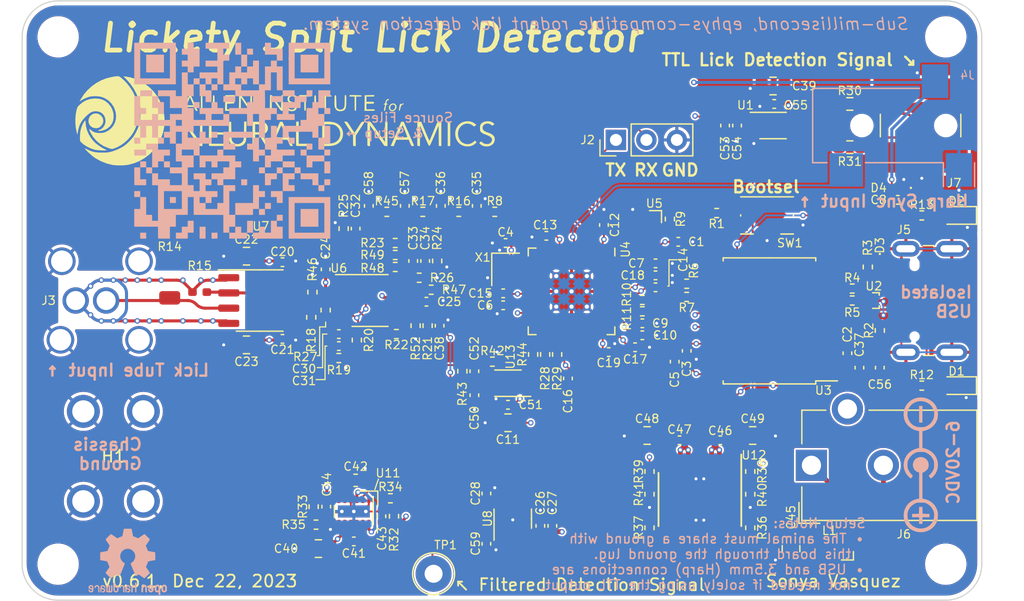
<source format=kicad_pcb>
(kicad_pcb (version 20221018) (generator pcbnew)
  (layers (0 "F.Cu" signal) (1 "In1.Cu" power) (2 "In2.Cu" power) (31 "B.Cu" signal) (34 "B.Paste" user) (35 "F.Paste" user) (36 "B.SilkS" user "B.Silkscreen") (37 "F.SilkS" user "F.Silkscreen") (38 "B.Mask" user) (39 "F.Mask" user) (44 "Edge.Cuts" user))
  (net 0 "")
  (net 1 "GND")
  (net 2 "+3V3")
  (net 3 "GND1")
  (net 4 "/Harp Core RP2040 + Isolated USB/VDD1")
  (net 5 "+1V1")
  (net 6 "+2V5")
  (net 7 "-2V5")
  (net 8 "+5V")
  (net 9 "VREF_2V5")
  (net 10 "Net-(C30-Pad1)")
  (net 11 "Net-(C30-Pad2)")
  (net 12 "Net-(U6D--)")
  (net 13 "Net-(C33-Pad1)")
  (net 14 "Net-(C33-Pad2)")
  (net 15 "/100KHz Sine Wave/VSINE")
  (net 16 "Net-(C35-Pad1)")
  (net 17 "Net-(U11-C+)")
  (net 18 "Net-(U11-C-)")
  (net 19 "Net-(U11-CP)")
  (net 20 "IN1")
  (net 21 "Net-(U12-BYP1)")
  (net 22 "Net-(U12-BYP2)")
  (net 23 "Net-(D1-A)")
  (net 24 "Net-(D2-A)")
  (net 25 "/Lick Detection Analog Front End/triax_core")
  (net 26 "Net-(C36-Pad1)")
  (net 27 "VREF_1V25")
  (net 28 "/Harp Core RP2040 + Isolated USB/UART0_TXD")
  (net 29 "/Harp Core RP2040 + Isolated USB/UART0_RXD")
  (net 30 "/Lick Detection Analog Front End/triax_inner_shield")
  (net 31 "/Harp Core RP2040 + Isolated USB/HARP_CLK_SYNC")
  (net 32 "VBUS")
  (net 33 "Net-(J5-CC1)")
  (net 34 "/Harp Core RP2040 + Isolated USB/D+")
  (net 35 "/Harp Core RP2040 + Isolated USB/D-")
  (net 37 "Net-(J5-CC2)")
  (net 39 "+12V")
  (net 40 "GND2")
  (net 42 "Net-(J7-In)")
  (net 43 "/Harp Core RP2040 + Isolated USB/USB_Boot")
  (net 44 "/Harp Core RP2040 + Isolated USB/QSPI_CS")
  (net 45 "Net-(U3-UD+)")
  (net 46 "Net-(U3-UD-)")
  (net 47 "Net-(U3-DD+)")
  (net 48 "/Harp Core RP2040 + Isolated USB/DD+")
  (net 49 "Net-(U3-DD-)")
  (net 50 "/Harp Core RP2040 + Isolated USB/DD-")
  (net 51 "Net-(U4-USB_DP)")
  (net 52 "Net-(U4-USB_DM)")
  (net 53 "Net-(U4-GPIO24)")
  (net 54 "Net-(U4-GPIO25)")
  (net 55 "Net-(U7--)")
  (net 56 "Net-(C57-Pad1)")
  (net 57 "Net-(C32-Pad1)")
  (net 58 "/100KHz Sine Wave/100KHZ_SQ_WAVE_IN")
  (net 59 "Net-(U13-AINP)")
  (net 60 "Net-(U11-FB+)")
  (net 61 "Net-(U11-FB-)")
  (net 62 "Net-(U12-PWRGD1)")
  (net 63 "Net-(U12-PWRGD2)")
  (net 64 "Net-(U12-ADJ1)")
  (net 65 "Net-(U12-ADJ2)")
  (net 66 "/Harp Core RP2040 + Isolated USB/PIO_SCK")
  (net 67 "/Harp Core RP2040 + Isolated USB/PIO_POCI")
  (net 68 "/Harp Core RP2040 + Isolated USB/PIO_CS")
  (net 69 "Net-(R22-Pad1)")
  (net 70 "Net-(U6C--)")
  (net 71 "Net-(U6B-+)")
  (net 82 "Net-(U6D-+)")
  (net 88 "/Harp Core RP2040 + Isolated USB/TTL_OUT")
  (net 93 "/Harp Core RP2040 + Isolated USB/QSPI_D3")
  (net 94 "/Harp Core RP2040 + Isolated USB/QSPI_CLK")
  (net 95 "/Harp Core RP2040 + Isolated USB/QSPI_D0")
  (net 96 "/Harp Core RP2040 + Isolated USB/QSPI_D2")
  (net 97 "/Harp Core RP2040 + Isolated USB/QSPI_D1")
  (net 102 "Net-(U13-AINM)")
  (net 103 "Net-(U6C-+)")
  (net 104 "Net-(U13-SDO)")
  (net 105 "Net-(U13-SCLK)")
  (net 106 "Net-(U13-~{CS})")
  (net 107 "Net-(U6B--)")
  (net 108 "Net-(U6A-+)")
  (net 109 "Net-(U1-1B)")
  (net 110 "Net-(U1-2B)")
  (net 113 "Net-(U4-XIN)")
  (footprint "Capacitor_SMD:C_0402_1005Metric" (layer "F.Cu") (at 145 93.4)
    (fp_text reference "C6")
    (fp_text value "100nF" hide)
  )
  (footprint "Capacitor_SMD:C_0402_1005Metric" (layer "F.Cu") (at 131.3 95.8)
    (fp_text reference "C30")
    (fp_text value "150pF" hide)
  )
  (footprint "Resistor_SMD:R_0402_1005Metric" (layer "F.Cu") (at 148.5 97.5 90)
    (fp_text reference "R28")
    (fp_text value "49.9" hide)
  )
  (footprint "Resistor_SMD:R_0402_1005Metric" (layer "F.Cu") (at 139.5 89.7 90)
    (fp_text reference "R24")
    (fp_text value "1K05" hide)
  )
  (footprint "LED_SMD:LED_0603_1608Metric_Pad1.05x0.95mm_HandSolder" (layer "F.Cu") (at 182.8 100.1 180)
    (fp_text reference "D1")
    (fp_text value "LED" hide)
  )
  (footprint "Capacitor_SMD:C_0402_1005Metric" (layer "F.Cu") (at 126.6 96.2)
    (fp_text reference "C21")
    (fp_text value "100nF" hide)
  )
  (footprint "Capacitor_SMD:C_0402_1005Metric" (layer "F.Cu") (at 153.8 97.3 180)
    (fp_text reference "C19")
    (fp_text value "100nF" hide)
  )
  (footprint "Resistor_SMD:R_0402_1005Metric" (layer "F.Cu") (at 165.6 109.1625 90)
    (fp_text reference "R40")
    (fp_text value "100K" hide)
  )
  (footprint "Resistor_SMD:R_0402_1005Metric" (layer "F.Cu") (at 147.5 97.5 90)
    (fp_text reference "R44")
    (fp_text value "49.9" hide)
  )
  (footprint "Capacitor_SMD:C_0402_1005Metric" (layer "F.Cu") (at 156.6 94.9)
    (fp_text reference "C9")
    (fp_text value "1uF" hide)
  )
  (footprint "Connector_BarrelJack:BarrelJack_CUI_PJ-102AH_Horizontal" (layer "F.Cu") (at 170.7 106.75 90)
    (fp_text reference "J6")
    (fp_text value "Barrel_Jack_Switch" hide)
  )
  (footprint "Capacitor_SMD:C_0402_1005Metric" (layer "F.Cu") (at 149.1 111.8 90)
    (fp_text reference "C27")
    (fp_text value "1uF" hide)
  )
  (footprint "Capacitor_SMD:C_0402_1005Metric" (layer "F.Cu") (at 139.7 95.1 -90)
    (fp_text reference "C38")
    (fp_text value "100nF" hide)
  )
  (footprint "Capacitor_SMD:C_0805_2012Metric" (layer "F.Cu") (at 169 113.7 -90)
    (fp_text reference "C45")
    (fp_text value "3.3uF" hide)
  )
  (footprint "Resistor_SMD:R_0402_1005Metric" (layer "F.Cu") (at 138 91.1 180)
    (fp_text reference "R26")
    (fp_text value "102K" hide)
  )
  (footprint "Resistor_SMD:R_0402_1005Metric" (layer "F.Cu") (at 165.6 107.2625 -90)
    (fp_text reference "R38")
    (fp_text value "309K" hide)
  )
  (footprint "kicad_component_library:TRB_Trompeter_CBBJR79A_Horizontal" (layer "F.Cu") (at 111.9 93 90)
    (fp_text reference "J3")
    (fp_text value "Conn_Triaxial" hide)
  )
  (footprint "Resistor_SMD:R_0402_1005Metric" (layer "F.Cu") (at 138.7 95.1 -90)
    (fp_text reference "R21")
    (fp_text value "102K" hide)
  )
  (footprint "Capacitor_SMD:C_0402_1005Metric" (layer "F.Cu") (at 148.6 87.6)
    (fp_text reference "C13")
    (fp_text value "100nF" hide)
  )
  (footprint "Resistor_SMD:R_0402_1005Metric" (layer "F.Cu") (at 156.6 93.9)
    (fp_text reference "R11")
    (fp_text value "27" hide)
  )
  (footprint "Capacitor_SMD:C_0402_1005Metric" (layer "F.Cu") (at 177.9 84.6)
    (fp_text reference "C8")
    (fp_text value "1uF" hide)
  )
  (footprint "Package_TO_SOT_SMD:Texas_DRT-3" (layer "F.Cu") (at 175.8 93 -90)
    (fp_text reference "U2")
    (fp_text value "TPD2EUSB30" hide)
  )
  (footprint "Capacitor_SMD:C_0402_1005Metric" (layer "F.Cu") (at 132.55 113.1 180)
    (fp_text reference "C41")
    (fp_text value "1uF" hide)
  )
  (footprint "Resistor_SMD:R_0402_1005Metric" (layer "F.Cu") (at 149.5 97.5 90)
    (fp_text reference "R29")
    (fp_text value "49.9" hide)
  )
  (footprint "Resistor_SMD:R_0402_1005Metric" (layer "F.Cu") (at 157.2 107.2625 -90)
    (fp_text reference "R39")
    (fp_text value "172K" hide)
  )
  (footprint "Resistor_SMD:R_1206_3216Metric" (layer "F.Cu") (at 117.2 91.3125 -90)
    (fp_text reference "R14")
    (fp_text value "100K" hide)
  )
  (footprint "Capacitor_SMD:C_0402_1005Metric" (layer "F.Cu") (at 143.6 109.1 -90)
    (fp_text reference "C28")
    (fp_text value "100nF" hide)
  )
  (footprint "Capacitor_SMD:C_0402_1005Metric" (layer "F.Cu") (at 176.4 98.6 90)
    (fp_text reference "C56")
    (fp_text value "1uF" hide)
  )
  (footprint "Package_SON:WSON-12-1EP_3x2mm_P0.5mm_EP1x2.65_ThermalVias" (layer "F.Cu") (at 132.55 110.6 -90)
    (fp_text reference "U11")
    (fp_text value "LM27762" hide)
  )
  (footprint "Capacitor_SMD:C_0805_2012Metric" (layer "F.Cu") (at 123.6 89.3)
    (fp_text reference "C22")
    (fp_text value "10uF" hide)
  )
  (footprint "Capacitor_SMD:C_0805_2012Metric" (layer "F.Cu") (at 129.6 113.7 180)
    (fp_text reference "C40")
    (fp_text value "22uF" hide)
  )
  (footprint "Capacitor_SMD:C_0402_1005Metric" (layer "F.Cu") (at 164.5 78.4 90)
    (fp_text reference "C54")
    (fp_text value "100nF" hide)
  )
  (footprint "Resistor_SMD:R_0402_1005Metric" (layer "F.Cu") (at 175.4 90.2 90)
    (fp_text reference "R3")
    (fp_text value "5K1" hide)
  )
  (footprint "Capacitor_SMD:C_0402_1005Metric" (layer "F.Cu") (at 130.2 90.4 -90)
    (fp_text reference "C24")
    (fp_text value "100nF" hide)
  )
  (footprint "Package_SO:SO-8_3.9x4.9mm_P1.27mm" (layer "F.Cu") (at 124.7 93)
    (fp_text reference "U7")
    (fp_text value "LTC6268xS8-10" hide)
  )
  (footprint "Package_SO:VSSOP-8_2.3x2mm_P0.5mm" (layer "F.Cu") (at 167.5 78.4)
    (fp_text reference "U1")
    (fp_text value "74LVCH2T45DC" hide)
  )
  (footprint "Resistor_SMD:R_0402_1005Metric" (layer "F.Cu") (at 139 92.1 180)
    (fp_text reference "R47")
    (fp_text value "127" hide)
  )
  (footprint "MountingHole:MountingHole_3.2mm_M3_DIN965" (layer "F.Cu") (at 181.9 115)
    (fp_text reference "REF**" hide)
    (fp_text value "MountingHole_3.2mm_M3_DIN965" hide)
  )
  (footprint "Resistor_SMD:R_0402_1005Metric" (layer "F.Cu") (at 129.1 92.3 -90)
    (fp_text reference "R46")
    (fp_text value "124" hide)
  )
  (footprint "kicad_component_library:RP2040-QFN-56" (layer "F.Cu") (at 150.7 92.2375 -90)
    (fp_text reference "U4")
    (fp_text value "RP2040" hide)
  )
  (footprint "MountingHole:MountingHole_3.2mm_M3_DIN965" (layer "F.Cu") (at 181.9 71)
    (fp_text reference "REF**" hide)
    (fp_text value "MountingHole_3.2mm_M3_DIN965" hide)
  )
  (footprint "Capacitor_SMD:C_0402_1005Metric" (layer "F.Cu") (at 160.3 97.2 90)
    (fp_text reference "C3")
    (fp_text value "100nF" hide)
  )
  (footprint "Resistor_SMD:R_0603_1608Metric_Pad0.98x0.95mm_HandSolder" (layer "F.Cu") (at 173.9 76.6)
    (fp_text reference "R30")
    (fp_text value "100" hide)
  )
  (footprint "Connector_USB:USB_C_Receptacle_JAE_DX07S016JA1R1500" (layer "F.Cu") (at 181.25 93 90)
    (fp_text reference "J5")
    (fp_text value "USB_C_Receptacle_USB2.0" hide)
  )
  (footprint "Resistor_SMD:R_0402_1005Metric" (layer "F.Cu") (at 136.1 95.8 180)
    (fp_text reference "R22")
    (fp_text value "102K" hide)
  )
  (footprint "Capacitor_SMD:C_0805_2012Metric" (layer "F.Cu") (at 123.6 96.7 180)
    (fp_text reference "C23")
    (fp_text value "10uF" hide)
  )
  (footprint "Resistor_SMD:R_0402_1005Metric" (layer "F.Cu") (at 160.3 92.7 180)
    (fp_text reference "R7")
    (fp_text value "24" hide)
  )
  (footprint "kicad_component_library:SW_Push_1P1T-SH_NO_Vertical_Wuerth_WS-TASV" (layer "F.Cu") (at 167 85.9 180)
    (fp_text reference "SW1")
    (fp_text value "~" hide)
  )
  (footprint "Capacitor_SMD:C_0402_1005Metric" (layer "F.Cu") (at 173.7 97.4 90)
    (fp_text reference "C2")
    (fp_text value "100nF" hide)
  )
  (footprint "Resistor_SMD:R_0402_1005Metric" (layer "F.Cu") (at 138.3 85.6 180)
    (fp_text reference "R17")
    (fp_text value "4K7" hide)
  )
  (footprint "Package_SO:MSOP-16_3x4mm_P0.5mm" (layer "F.Cu") (at 133.9 93)
    (fp_text reference "U6")
    (fp_text value "LTC6263" hide)
  )
  (footprint "Resistor_SMD:R_0402_1005Metric" (layer "F.Cu") (at 135.9 111 90)
    (fp_text reference "R32")
    (fp_text value "54K9" hide)
  )
  (footprint "MountingHole:MountingHole_3.2mm_M3_DIN965" (layer "F.Cu") (at 107.9 71)
    (fp_text reference "REF**" hide)
    (fp_text value "MountingHole_3.2mm_M3_DIN965" hide)
  )
  (footprint "Crystal:Crystal_SMD_2016-4Pin_2.0x1.6mm" (layer "F.Cu") (at 145.2 90.4 -90)
    (fp_text reference "X1")
    (fp_text value "ECS-TXO-2016" hide)
  )
  (footprint "Capacitor_SMD:C_0402_1005Metric" (layer "F.Cu") (at 142.6 98.9 90)
    (fp_text reference "C52")
    (fp_text value "300pF" hide)
  )
  (footprint "Resistor_SMD:R_0402_1005Metric" (layer "F.Cu") (at 160.3 91.6 180)
    (fp_text reference "R6")
    (fp_text value "24" hide)
  )
  (footprint "Resistor_SMD:R_0402_1005Metric" (layer "F.Cu") (at 179.9 100.1)
    (fp_text reference "R12")
    (fp_text value "680" hide)
  )
  (footprint "Capacitor_SMD:C_0402_1005Metric" (layer "F.Cu") (at 142.6 100.9 90)
    (fp_text reference "C50")
    (fp_text value "2.2uF" hide)
  )
  (footprint "Diode_SMD:D_0402_1005Metric" (layer "F.Cu") (at 176.4 90.2 -90)
    (fp_text reference "D3")
    (fp_text value "D_TVS" hide)
  )
  (footprint "Capacitor_SMD:C_0402_1005Metric" (layer "F.Cu") (at 157.7 91.9 180)
    (fp_text reference "C14")
    (fp_text value "100nF" hide)
  )
  (footprint "Capacitor_SMD:C_0402_1005Metric" (layer "F.Cu") (at 130.25 110.2 90)
    (fp_text reference "C44")
    (fp_text value "2.2uF" hide)
  )
  (footprint "Resistor_SMD:R_0402_1005Metric" (layer "F.Cu") (at 137.7 95.1 -90)
    (fp_text reference "R52")
    (fp_text value "1K02" hide)
  )
  (footprint "MountingHole:MountingHole_3.2mm_M3_DIN965" (layer "F.Cu") (at 107.9 115)
    (fp_text reference "REF**" hide)
    (fp_text value "MountingHole_3.2mm_M3_DIN965" hide)
  )
  (footprint "Resistor_SMD:R_0402_1005Metric" (layer "F.Cu") (at 174.1 92 180)
    (fp_text reference "R4")
    (fp_text value "24" hide)
  )
  (footprint "LED_SMD:LED_0603_1608Metric_Pad1.05x0.95mm_HandSolder" (layer "F.Cu") (at 182.8 85.9 180)
    (fp_text reference "D2")
    (fp_text value "LED" hide)
  )
  (footprint "Capacitor_SMD:C_0402_1005Metric" (layer "F.Cu") (at 157.7 90.9 180)
    (fp_text reference "C18")
    (fp_text value "100nF" hide)
  )
  (footprint "Capacitor_SMD:C_0402_1005Metric" (layer "F.Cu") (at 156.6 95.9)
    (fp_text reference "C10")
    (fp_text value "1uF" hide)
  )
  (footprint "Resistor_SMD:R_0402_1005Metric" (layer "F.Cu") (at 130.2 93.8 -90)
    (fp_text reference "R27")
    (fp_text value "9K53" hide)
  )
  (footprint "Resistor_SMD:R_0402_1005Metric" (layer "F.Cu") (at 129 94.4 -90)
    (fp_text reference "R18")
    (fp_text value "105K" hide)
  )
  (footprint "Resistor_SMD:R_0402_1005Metric" (layer "F.Cu") (at 174.1 93 180)
    (fp_text reference "R5")
    (fp_text value "24" hide)
  )
  (footprint "Capacitor_SMD:C_0402_1005Metric" (layer "F.Cu") (at 143.6 113.3 90)
    (fp_text reference "C59")
    (fp_text value "100nF" hide)
  )
  (footprint "Resistor_SMD:R_0402_1005Metric" (layer "F.Cu") (at 141.3 85.6 180)
    (fp_text reference "R16")
    (fp_text value "4K7" hide)
  )
  (footprint "Capacitor_SMD:C_0805_2012Metric" (layer "F.Cu") (at 157 104.2625 180)
    (fp_text reference "C48")
    (fp_text value "10uF" hide)
  )
  (footprint "Resistor_SMD:R_0402_1005Metric" (layer "F.Cu") (at 136 88.2)
    (fp_text reference "R23")
    (fp_text value "105K" hide)
  )
  (footprint "Capacitor_SMD:C_0402_1005Metric" (layer "F.Cu") (at 145.4 101.7)
    (fp_text reference "C51")
    (fp_text value "2.2uF" hide)
  )
  (footprint "Capacitor_SMD:C_0402_1005Metric" (layer "F.Cu") (at 174.7 98.6 -90)
    (fp_text reference "C37")
    (fp_text value "100nF" hide)
  )
  (footprint "Resistor_SMD:R_0402_1005Metric" (layer "F.Cu") (at 158.9 86.2 -90)
    (fp_text reference "R9")
    (fp_text value "10K" hide)
  )
  (footprint "Fiducial:Fiducial_0.5mm_Mask1mm" (layer "F.Cu") (at 177.9 115)
    (fp_text reference "FID2" hide)
    (fp_text value "Fiducial" hide)
  )
  (footprint "Capacitor_SMD:C_0402_1005Metric" (layer "F.Cu") (at 159.6 88.1 180)
    (fp_text reference "C1")
    (fp_text value "100nF" hide)
  )
  (footprint "Capacitor_SMD:C_0402_1005Metric" (layer "F.Cu") (at 131.3 96.8)
    (fp_text reference "C31")
    (fp_text value "150pF" hide)
  )
  (footprint "Capacitor_SMD:C_0402_1005Metric" (layer "F.Cu") (at 142.8 85.1 90)
    (fp_text reference "C35")
    (fp_text value "1nF" hide)
  )
  (footprint "Capacitor_SMD:C_0805_2012Metric" (layer "F.Cu") (at 145.4 103.2 180)
    (fp_text reference "C11")
    (fp_text value "10uF" hide)
  )
  (footprint "Capacitor_SMD:C_0805_2012Metric" (layer "F.Cu") (at 167.5 75.1 180)
    (fp_text reference "C39")
    (fp_text value "10uF" hide)
  )
  (footprint "Resistor_SMD:R_0402_1005Metric" (layer "F.Cu") (at 157.2 109.1625 90)
    (fp_text reference "R41")
    (fp_text value "100K" hide)
  )
  (footprint "Capacitor_SMD:C_0402_1005Metric" (layer "F.Cu") (at 153.4 86.7 -90)
    (fp_text reference "C12")
    (fp_text value "100nF" hide)
  )
  (footprint "Capacitor_SMD:C_0402_1005Metric" (layer "F.Cu") (at 145 92.4)
    (fp_text reference "C15")
    (fp_text value "100nF" hide)
  )
  (footprint "Package_SO:SOIC-16W_7.5x10.3mm_P1.27mm" (layer "F.Cu") (at 167.2 94.7 180)
    (fp_text reference "U3")
    (fp_text value "ADUM4160" hide)
  )
  (footprint "Capacitor_SMD:C_0402_1005Metric" (layer "F.Cu") (at 163.1 104.6625)
    (fp_text reference "C46")
    (fp_text value "10nF" hide)
  )
  (footprint "Capacitor_SMD:C_0402_1005Metric" (layer "F.Cu") (at 167.6 76.6)
    (fp_text reference "C55")
    (fp_text value "100nF" hide)
  )
  (footprint "Capacitor_SMD:C_0402_1005Metric" (layer "F.Cu") (at 136.8 85.1 90)
    (fp_text reference "C57")
    (fp_text value "1nF" hide)
  )
  (footprint "Capacitor_SMD:C_0402_1005Metric" (layer "F.Cu") (at 148.1 111.8 -90)
    (fp_text reference "C26")
    (fp_text value "100nF" hide)
  )
  (footprint "Capacitor_SMD:C_0402_1005Metric" (layer "F.Cu") (at 159.7 104.6625 180)
    (fp_text reference "C47")
    (fp_text value "10nF" hide)
  )
  (footprint "Package_SO:VSSOP-8_2.3x2mm_P0.5mm" (layer "F.Cu") (at 145.4 99.9 180)
    (fp_text reference "U13")
    (fp_text value "ADS7049" hide)
  )
  (footprint "Resistor_SMD:R_0402_1005Metric" (layer "F.Cu") (at 144.3 85.6 180)
    (fp_text reference "R8")
    (fp_text value "4K7" hide)
  )
  (footprint "kicad_component_library:SMA_TE_Connectivity_CONSMA002-SMD-G-T_Horizontal" (layer "F.Cu") (at 179.8 78.4 180)
    (fp_text reference "J7")
    (fp_text value "Conn_Coaxial" hide)
  )
  (footprint "Capacitor_SMD:C_0402_1005Metric" (layer "F.Cu") (at 150.4 99.5 90)
    (fp_text reference "C16")
    (fp_text value "100nF" hide)
  )
  (footprint "Resistor_SMD:R_0402_1005Metric" (layer "F.Cu") (at 157.2 111.9625 90)
    (fp_text reference "R37")
    (fp_text value "1M" hide)
  )
  (footprint "Resistor_SMD:R_0402_1005Metric" (layer "F.Cu") (at 156.6 92.95)
    (fp_text reference "R10")
    (fp_text value "27" hide)
  )
  (footprint "Capacitor_SMD:C_0402_1005Metric" (layer "F.Cu") (at 138.5 89.7 -90)
    (fp_text reference "C34")
    (fp_text value "160pF" hide)
  )
  (footprint "Resistor_SMD:R_0402_1005Metric" (layer "F.Cu") (at 136 89.2)
    (fp_text reference "R49")
    (fp_text value "1K02" hide)
  )
  (footprint "Capacitor_SMD:C_0402_1005Metric" (layer "F.Cu") (at 156 96.9 180)
    (fp_text reference "C17")
    (fp_text value "100nF" hide)
  )
  (footprint "Resistor_SMD:R_0402_1005Metric" (layer "F.Cu") (at 179.9 85.9)
    (fp_text reference "R13")
    (fp_text value "680" hide)
  )
  (footprint "Diode_SMD:D_0402_1005Metric" (layer "F.Cu") (at 177.9 83.6 180)
    (fp_text reference "D4")
    (fp_text value "D_TVS" hide)
  )
  (footprint "Resistor_SMD:R_0402_1005Metric" (layer "F.Cu") (at 176.4 95.5 -90)
    (fp_text reference "R2")
    (fp_text value "5K1" hide)
  )
  (footprint "Capacitor_SMD:C_0402_1005Metric" (layer "F.Cu") (at 126.6 89.8 180)
    (fp_text reference "C20")
    (fp_text value "100nF" hide)
  )
  (footprint "Package_SO:ETSSOP-20-1EP_4.4x6.5mm_P0.65mm_EP3x4.2mm" (layer "F.Cu") (at 161.4 109.6 -90)
    (fp_text reference "U12")
    (fp_text value "LT3030" hide)
  )
  (footprint "Resistor_SMD:R_0402_1005Metric_Pad0.72x0.64mm_HandSolder" (layer "F.Cu") (at 119.6975 92.3)
    (fp_text reference "R15")
    (fp_text value "100" hide)
  )
  (footprint "Resistor_SMD:R_0402_1005Metric" (layer "F.Cu") (at 135.6 109.5 180)
    (fp_text reference "R34")
    (fp_text value "51K" hide)
  )
  (footprint "Capacitor_SMD:C_0402_1005Metric" (layer "F.Cu") (at 163.5 78.4 -90)
    (fp_text reference "C53")
    (fp_text value "1uF" hide)
  )
  (footprint "kicad_component_library:Terminal_Keystone_779x_EdgeMount_Horizontal" (layer "F.Cu") (at 112.5 106 -90)
    (fp_text reference "H1")
    (fp_text value "MountingHole_Pad" hide)
  )
  (footprint "Capacitor_SMD:C_0603_1608Metric" (layer "F.Cu") (at 132.7 108)
    (fp_text reference "C42")
    (fp_text value "4.7uF" hide)
  )
  (footprint "Resistor_SMD:R_0402_1005Metric" (layer "F.Cu") (at 129.4 111.7)
    (fp_text reference "R35")
    (fp_text value "51K" hide)
  )
  (footprint "Resistor_SMD:R_0402_1005Metric" (layer "F.Cu") (at 131.3 97.8 180)
    (fp_text reference "R19")
    (fp_text value "1K02" hide)
  )
  (footprint "Capacitor_SMD:C_0402_1005Metric" (layer "F.Cu") (at 159.3 98.1 -90)
    (fp_text reference "C5")
    (fp_text value "100nF" hide)
  )
  (footprint "Resistor_SMD:R_0402_1005Metric" (layer "F.Cu") (at 132.8 96.3 90)
    (fp_text reference "R20")
    (fp_text value "102K" hide)
  )
  (footprint "Resistor_SMD:R_0603_1608Metric_Pad0.98x0.95mm_HandSolder" (layer "F.Cu") (at 173.9 80.2)
    (fp_text reference "R31")
    (fp_text value "100" hide)
  )
  (footprint "Resistor_SMD:R_0402_1005Metric" (layer "F.Cu") (at 165.6 111.9625 90)
    (fp_text reference "R36")
    (fp_text value "1M" hide)
  )
  (footprint "Capacitor_SMD:C_0402_1005Metric" (layer "F.Cu") (at 134.85 111 -90)
    (fp_text reference "C43")
    (fp_text value "2.2uF" hide)
  )
  (footprint "LOGO" (layer "F.Cu") (at 126.8 78)
    (fp_text reference "G2" hide)
    (fp_text value "LOGO" hide)
  )
  (footprint "Resistor_SMD:R_0402_1005Metric" (layer "F.Cu") (at 135.3 85.6 180)
    (fp_text reference "R45")
    (fp_text value "4K7" hide)
  )
  (footprint "Capacitor_SMD:C_0402_1005Metric" (layer "F.Cu") (at 138.6 93.1)
    (fp_text reference "C25")
    (fp_text value "100nF" hide)
  )
  (footprint "Capacitor_SMD:C_0805_2012Metric" (layer "F.Cu") (at 165.8 104.2625)
    (fp_text reference "C49")
    (fp_text value "22uF" hide)
  )
  (footprint "Resistor_SMD:R_0402_1005Metric" (layer "F.Cu") (at 141.6 98.9 90)
    (fp_text reference "R43")
    (fp_text value "127" hide)
  )
  (footprint "Connector_PinHeader_2.54mm:PinHeader_1x03_P2.54mm_Vertical" (layer "F.Cu") (at 154.4 79.6 90)
    (fp_text reference "J2")
    (fp_text value "Conn_01x03_Male" hide)
  )
  (footprint "Resistor_SMD:R_0402_1005Metric" (layer "F.Cu") (at 131.7 87 90)
    (fp_text reference "R25")
    (fp_text value "4K7" hide)
  )
  (footprint "Fiducial:Fiducial_0.5mm_Mask1mm" (layer "F.Cu") (at 111.9 115)
    (fp_text reference "FID1" hide)
    (fp_text value "Fiducial" hide)
  )
  (footprint "kicad_component_library:Winbond-8USON-2x3mm" (layer "F.Cu") (at 157 87.2 -90)
    (fp_text reference "U5")
    (fp_text value "W25Q16JVUXIQ" hide)
  )
  (footprint "kicad_component_library:L_CommonModeChoke_TDKCorporation_1210" (layer "F.Cu") (at 172.2 113.7 180)
    (fp_text reference "L1")
    (fp_text value "L_Coupled_1423" hide)
  )
  (footprint "Resistor_SMD:R_0402_1005Metric" (layer "F.Cu") (at 129.2 110.2 -90)
    (fp_text reference "R33")
    (fp_text value "53K6" hide)
  )
  (footprint "Capacitor_SMD:C_0402_1005Metric" (layer "F.Cu") (at 139.8 85.1 90)
    (fp_text reference "C36")
    (fp_text value "1nF" hide)
  )
  (footprint "Resistor_SMD:R_0402_1005Metric" (layer "F.Cu") (at 136 90.2)
    (fp_text reference "R48")
    (fp_text value "9K76" hide)
  )
  (footprint "Capacitor_SMD:C_0402_1005Metric" (layer "F.Cu") (at 132.7 87 -90)
    (fp_text reference "C32")
    (fp_text value "1nF" hide)
  )
  (footprint "Fiducial:Fiducial_0.5mm_Mask1mm" (layer "F.Cu") (at 177.9 71)
    (fp_text reference "FID3" hide)
    (fp_text value "Fiducial" hide)
  )
  (footprint "Package_TO_SOT_SMD:SOT-23-5" (layer "F.Cu") (at 145.8 111.2 90)
    (fp_text reference "U8")
    (fp_text value "REF2025" hide)
  )
  (footprint "Capacitor_SMD:C_0402_1005Metric" (layer "F.Cu") (at 157.7 89.9 180)
    (fp_text reference "C7")
    (fp_text value "100nF" hide)
  )
  (footprint "Capacitor_SMD:C_0402_1005Metric" (layer "F.Cu") (at 145.2 88.2)
    (fp_text reference "C4")
    (fp_text value "10nF" hide)
  )
  (footprint "Capacitor_SMD:C_0402_1005Metric" (layer "F.Cu") (at 137.5 89.7 -90)
    (fp_text reference "C33")
    (fp_text value "160pF" hide)
  )
  (footprint "Resistor_SMD:R_0402_1005Metric" (layer "F.Cu") (at 144.1 98.1 180)
    (fp_text reference "R42")
    (fp_text value "127" hide)
  )
  (footprint "TestPoint:TestPoint_THTPad_D3.0mm_Drill1.5mm" (layer "F.Cu") (at 139.2 115.8 90)
    (fp_text reference "TP1")
    (fp_text value "TestPoint" hide)
  )
  (footprint "Resistor_SMD:R_0402_1005Metric" (layer "F.Cu") (at 162.8 85.7 180)
    (fp_text reference "R1")
    (fp_text value "1K" hide)
  )
  (footprint "Capacitor_SMD:C_0402_1005Metric" (layer "F.Cu") (at 133.8 85.1 90)
    (fp_text reference "C58")
    (fp_text value "1nF" hide)
  )
  (footprint "LOGO" (layer "B.Cu") (at 179.8 106.7 -90)
    (fp_text reference "G3" hide)
    (fp_text value "LOGO" hide)
  )
  (footprint "Symbol:OSHW-Logo2_7.3x6mm_SilkScreen" (layer "B.Cu") (at 113.7 114.8 180)
    (fp_text reference "REF1" hide)
    (fp_text value "OSHW-Logo2_7.3x6mm_SilkScreen" hide)
  )
  (footprint "Connector_Audio:Jack_3.5mm_CUI_SJ-3523-SMT_Horizontal" (layer "B.Cu") (at 179.4 78.4 90)
    (fp_text reference "J4")
    (fp_text value "AudioJack3" hide)
  )
  (footprint "LOGO" (layer "B.Cu") (at 122.4 79.7 180)
    (fp_text reference "G1" hide)
    (fp_text value "LOGO" hide)
  )
  (gr_line (start 158.725 91.8) (end 158.825 91.8) (stroke (width 0.1)) (layer "F.SilkS"))
  (gr_line (start 129.4 99.6) (end 130.15 99.6) (stroke (width 0.1)) (layer "F.SilkS"))
  (gr_line (start 130.15 96.8) (end 130.3 96.8) (stroke (width 0.1)) (layer "F.SilkS"))
  (gr_line (start 129.7 97.6) (end 129.5 97.6) (stroke (width 0.1)) (layer "F.SilkS"))
  (gr_line (start 129.7 95.2) (end 129.7 97.6) (stroke (width 0.1)) (layer "F.SilkS"))
  (gr_line (start 129.95 95.8) (end 130.3 95.8) (stroke (width 0.1)) (layer "F.SilkS"))
  (gr_line (start 129.5 98.6) (end 129.95 98.6) (stroke (width 0.1)) (layer "F.SilkS"))
  (gr_line (start 130.2 95.2) (end 129.7 95.2) (stroke (width 0.1)) (layer "F.SilkS"))
  (gr_line (start 130.15 99.6) (end 130.15 96.8) (stroke (width 0.1)) (layer "F.SilkS"))
  (gr_line (start 158.825 91.8) (end 158.825 89.6) (stroke (width 0.1)) (layer "F.SilkS"))
  (gr_line (start 134.6 107.9) (end 134.3 108.775) (stroke (width 0.1)) (layer "F.SilkS"))
  (gr_line (start 158.825 89.6) (end 159.5 89.6) (stroke (width 0.1)) (layer "F.SilkS"))
  (gr_line (start 130.2 94.8) (end 130.2 95.2) (stroke (width 0.1)) (layer "F.SilkS"))
  (gr_line (start 129.95 98.6) (end 129.95 95.8) (stroke (width 0.1)) (layer "F.SilkS"))
  (gr_line (start 184.9 115) (end 184.9 71) (stroke (width 0.1)) (layer "Edge.Cuts"))
  (gr_arc (start 104.9 71) (mid 105.77868 68.87868) (end 107.9 68) (stroke (width 0.1)) (layer "Edge.Cuts"))
  (gr_arc (start 107.9 118) (mid 105.77868 117.12132) (end 104.9 115) (stroke (width 0.1)) (layer "Edge.Cuts"))
  (gr_line (start 107.9 118) (end 181.9 118) (stroke (width 0.1)) (layer "Edge.Cuts"))
  (gr_arc (start 184.9 115) (mid 184.02132 117.12132) (end 181.9 118) (stroke (width 0.1)) (layer "Edge.Cuts"))
  (gr_line (start 181.9 68) (end 107.9 68) (stroke (width 0.1)) (layer "Edge.Cuts"))
  (gr_arc (start 181.9 68) (mid 184.02132 68.87868) (end 184.9 71) (stroke (width 0.1)) (layer "Edge.Cuts"))
  (gr_line (start 104.9 71) (end 104.9 115) (stroke (width 0.1)) (layer "Edge.Cuts"))
  (gr_text "Chassis\nGround" (at 115 107.2) (layer "B.SilkS") (effects (font (size 1 1) (thickness 0.2) bold) (justify left bottom mirror)))
  (gr_text "6-20VDC" (at 183.1 102.9 90) (layer "B.SilkS") (effects (font (size 1 1) (thickness 0.2) bold) (justify left bottom mirror)))
  (gr_text "Source Files\n    & Setup →" (at 140.9 79.5) (layer "B.SilkS") (effects (font (size 0.8 0.8) (thickness 0.12)) (justify left bottom mirror)))
  (gr_text "Harp Sync Input ↑" (at 183.9 85.3) (layer "B.SilkS") (effects (font (size 1 1) (thickness 0.2) bold) (justify left bottom mirror)))
  (gr_text "Lick Tube Input ↑" (at 120.6 99.4) (layer "B.SilkS") (effects (font (size 1 1) (thickness 0.2) bold) (justify left bottom mirror)))
  (gr_text "Sub-millisecond, ephys-compatible rodent lick detection system." (at 178.9 70.5) (layer "B.SilkS") (effects (font (size 1 1) (thickness 0.12) italic) (justify left bottom mirror)))
  (gr_text "Isolated\nUSB" (at 184.2 94.5) (layer "B.SilkS") (effects (font (size 1 1) (thickness 0.2) bold) (justify left bottom mirror)))
  (gr_text "Setup Notes:\n• The animal must share a ground with\n  this board through the ground lug.\n• USB and 3.5mm (Harp) connections are\n  not needed if solely using the TTL output." (at 175.3 117.2) (layer "B.SilkS") (effects (font (size 0.8 0.8) (thickness 0.12)) (justify left bottom mirror)))
  (gr_text "Bootsel" (at 164 84.1) (layer "F.SilkS") (effects (font (size 1 1) (thickness 0.2) bold) (justify left bottom)))
  (gr_text "↖ Filtered Detection Signal   " (at 164.2 117.3) (layer "F.SilkS") (effects (font (size 1 1)) (justify right bottom)))
  (gr_text "TX" (at 153.4 82.7) (layer "F.SilkS") (effects (font (size 1 1) (thickness 0.2) bold) (justify left bottom)))
  (gr_text "GND" (at 158.1 82.7) (layer "F.SilkS") (effects (font (size 1 1) (thickness 0.2) bold) (justify left bottom)))
  (gr_text "Sonya Vasquez" (at 166.8 117) (layer "F.SilkS") (effects (font (size 1 1)) (justify left bottom)))
  (gr_text "TTL Lick Detection Signal ↘" (at 158.1 73.5) (layer "F.SilkS") (effects (font (size 1 1) (thickness 0.2) bold) (justify left bottom)))
  (gr_text "Lickety Split Lick Detector" (at 111.2 72.4) (layer "F.SilkS") (effects (font (size 2.25 2.25) (thickness 0.4) italic) (justify left bottom)))
  (gr_text "v0.6.1, Dec 22, 2023" (at 111.5 117) (layer "F.SilkS") (effects (font (size 1 1)) (justify left bottom)))
  (gr_text "RX" (at 155.8 82.7) (layer "F.SilkS") (effects (font (size 1 1) (thickness 0.2) bold) (justify left bottom)))
  (segment (start 166.7875 104.3) (end 166.75 104.2625) (width 0.1524) (layer "F.Cu") (net 1))
  (segment (start 130.25 111.36) (end 130.25 110.68) (width 0.1524) (layer "F.Cu") (net 1))
  (segment (start 163.5 79.6) (end 163.5 78.88) (width 0.1524) (layer "F.Cu") (net 1))
  (segment (start 143.35 100.65) (end 142.62 101.38) (width 0.1524) (layer "F.Cu") (net 1))
  (segment (start 144.72 88.2) (end 144.1 88.2) (width 0.1524) (layer "F.Cu") (net 1))
  (segment (start 143.5 84.5) (end 143.38 84.62) (width 0.1524) (layer "F.Cu") (net 1))
  (segment (start 143.8 93.5) (end 143.9 93.4) (width 0.1524) (layer "F.Cu") (net 1))
  (segment (start 131.01 86.49) (end 131 86.5) (width 0.1524) (layer "F.Cu") (net 1))
  (segment (start 143.7 91.1) (end 144.65 91.1) (width 0.1524) (layer "F.Cu") (net 1))
  (segment (start 157.2 109.6725) (end 157.2 110.2625) (width 0.1524) (layer "F.Cu") (net 1))
  (segment (start 144.4 101.2) (end 144.3 101.2) (width 0.1524) (layer "F.Cu") (net 1))
  (segment (start 143.38 84.62) (end 142.8 84.62) (width 0.1524) (layer "F.Cu") (net 1))
  (segment (start 161.075 111.325) (end 161.075 109.925) (width 0.4) (layer "F.Cu") (net 1))
  (segment (start 159.1 89.9) (end 158.3675 89.9) (width 0.1524) (layer "F.Cu") (net 1))
  (segment (start 161.075 106.65) (end 161.075 107.875) (width 0.4) (layer "F.Cu") (net 1))
  (segment (start 140 93) (end 139.9 93.1) (width 0.1524) (layer "F.Cu") (net 1))
  (segment (start 130.2 111.7) (end 129.91 111.7) (width 0.1524) (layer "F.Cu") (net 1))
  (segment (start 144.7 88.8) (end 144.72 88.78) (width 0.1524) (layer "F.Cu") (net 1))
  (segment (start 179.9 82.8) (end 179.9 82.3) (width 0.1524) (layer "F.Cu") (net 1))
  (segment (start 165.95 79.85) (end 165.9 79.9) (width 0.1524) (layer "F.Cu") (net 1))
  (segment (start 130.2 89.3) (end 130.2 89.92) (width 0.1524) (layer "F.Cu") (net 1))
  (segment (start 130.6 112.1) (end 130.2 111.7) (width 0.1524) (layer "F.Cu") (net 1))
  (segment (start 167.7 114.65) (end 169 114.65) (width 0.4) (layer "F.Cu") (net 1))
  (segment (start 144.3 101.2) (end 143.85 100.75) (width 0.1524) (layer "F.Cu") (net 1))
  (segment (start 154.28 97.3) (end 154.3 97.28) (width 0.1524) (layer "F.Cu") (net 1))
  (segment (start 131.81 98.51) (end 131.9 98.6) (width 0.1524) (layer "F.Cu") (net 1))
  (segment (start 164.5 79.6) (end 164.4 79.7) (width 0.1524) (layer "F.Cu") (net 1))
  (segment (start 165.8075 75.1) (end 166.55 75.1) (width 0.1524) (layer "F.Cu") (net 1))
  (segment (start 178.4 82.9) (end 178.4 84.58) (width 0.1524) (layer "F.Cu") (net 1))
  (segment (start 163.6 79.7) (end 163.5 79.6) (width 0.1524) (layer "F.Cu") (net 1))
  (segment (start 178.4 84.58) (end 178.38 84.6) (width 0.1524) (layer "F.Cu") (net 1))
  (segment (start 147.5 87.6) (end 148.1325 87.6) (width 0.1524) (layer "F.Cu") (net 1))
  (segment (start 140.4 94.62) (end 139.7 94.62) (width 0.1524) (layer "F.Cu") (net 1))
  (segment (start 134.48 84.62) (end 134.6 84.5) (width 0.1524) (layer "F.Cu") (net 1))
  (segment (start 159.1 91.5) (end 158.7 91.9) (width 0.1524) (layer "F.Cu") (net 1))
  (segment (start 144.42 92.5) (end 144.52 92.4) (width 0.1524) (layer "F.Cu") (net 1))
  (segment (start 137.48 84.62) (end 137.6 84.5) (width 0.1524) (layer "F.Cu") (net 1))
  (segment (start 167.12 76.6) (end 166.6 76.6) (width 0.1524) (layer "F.Cu") (net 1))
  (segment (start 149.7 91.2375) (end 147.2625 91.2375) (width 0.1524) (layer "F.Cu") (net 1))
  (segment (start 143.85 100.75) (end 143.85 100.65) (width 0.1524) (layer "F.Cu") (net 1))
  (segment (start 161.155 90.255) (end 162.55 90.255) (width 0.1524) (layer "F.Cu") (net 1))
  (segment (start 159.1 90.9) (end 158.3675 90.9) (width 0.1524) (layer "F.Cu") (net 1))
  (segment (start 157.08 95.9) (end 157.8 95.9) (width 0.1524) (layer "F.Cu") (net 1))
  (segment (start 127.18 89.7) (end 127.08 89.8) (width 0.1524) (layer "F.Cu") (net 1))
  (segment (start 155.8 85.4) (end 155.8 85.5) (width 0.1524) (layer "F.Cu") (net 1))
  (segment (start 164.5 78.88) (end 164.5 79.6) (width 0.1524) (layer "F.Cu") (net 1))
  (segment (start 144.9 101.7) (end 144.92 101.7) (width 0.1524) (layer "F.Cu") (net 1))
  (segment (start 144.72 88.78) (end 144.72 88.2) (width 0.1524) (layer "F.Cu") (net 1))
  (segment (start 131.7 86.49) (end 131.01 86.49) (width 0.1524) (layer "F.Cu") (net 1))
  (segment (start 144.3 108.62) (end 143.6 108.62) (width 0.1524) (layer "F.Cu") (net 1))
  (segment (start 133.8 84.62) (end 134.48 84.62) (width 0.1524) (layer "F.Cu") (net 1))
  (segment (start 144.5 103.2) (end 144.9 102.8) (width 0.1524) (layer "F.Cu") (net 1))
  (segment (start 183.675 86.875) (end 183.7 86.9) (width 0.1524) (layer "F.Cu") (net 1))
  (segment (start 160.3 97.68) (end 160.24 97.62) (width 0.1524) (layer "F.Cu") (net 1))
  (segment (start 145.8 111.3) (end 145.8 112.3375) (width 0.1524) (layer "F.Cu") (net 1))
  (segment (start 137.7 95.61) (end 137.7 96.2) (width 0.1524) (layer "F.Cu") (net 1))
  (segment (start 160.52 97.9) (end 160.3 97.68) (width 0.1524) (layer "F.Cu") (net 1))
  (segment (start 179.519498 74.480502) (end 178.5 75.5) (width 0.1524) (layer "F.Cu") (net 1))
  (segment (start 135.09 109.5) (end 134.85 109.74) (width 0.1524) (layer "F.Cu") (net 1))
  (segment (start 144.45 103.2) (end 143.5 103.2) (width 0.1524) (layer "F.Cu") (net 1))
  (segment (start 134.85 109.74) (end 134.85 110.52) (width 0.1524) (layer "F.Cu") (net 1))
  (segment (start 121.7 96.7) (end 122.65 96.7) (width 0.1524) (layer "F.Cu") (net 1))
  (segment (start 144.4 113.8) (end 144.38 113.78) (width 0.1524) (layer "F.Cu") (net 1))
  (segment (start 144.4 101.2) (end 144.9 101.7) (width 0.1524) (layer "F.Cu") (net 1))
  (segment (start 122.65 89.3) (end 121.7 89.3) (width 0.1524) (layer "F.Cu") (net 1))
  (segment (start 153.4 85.4) (end 153.4 86.1325) (width 0.1524) (layer "F.Cu") (net 1))
  (segment (start 161.725 111.325) (end 161.725 109.925) (width 0.4) (layer "F.Cu") (net 1))
  (segment (start 161.725 106.65) (end 161.725 107.875) (width 0.4) (layer "F.Cu") (net 1))
  (segment (start 161.725 109.925) (end 161.4 109.6) (width 0.4) (layer "F.Cu") (net 1))
  (segment (start 155.1 104.3) (end 156.0125 104.3) (width 0.1524) (layer "F.Cu") (net 1))
  (segment (start 144.52 94.08) (end 144.5 94.1) (width 0.1524) (layer "F.Cu") (net 1))
  (segment (start 129.91 111.7) (end 130.25 111.36) (width 0.1524) (layer "F.Cu") (net 1))
  (segment (start 133.8 84.62) (end 133.8 83.9) (width 0.1524) (layer "F.Cu") (net 1))
  (segment (start 161.725 107.875) (end 161.725 109.275) (width 0.4) (layer "F.Cu") (net 1))
  (segment (start 127.6 113.7) (end 128.65 113.7) (width 0.1524) (layer "F.Cu") (net 1))
  (segment (start 134.85 110.52) (end 134.77 110.6) (width 0.1524) (layer "F.Cu") (net 1))
  (segment (start 133.475 107.025) (end 133.475 108) (width 0.1524) (layer "F.Cu") (net 1))
  (segment (start 127.18 96.3) (end 127.08 96.2) (width 0.1524) (layer "F.Cu") (net 1))
  (segment (start 131.7 86.49) (end 131.7 85.9) (width 0.1524) (layer "F.Cu") (net 1))
  (segment (start 161.125 97.875) (end 162.55 97.875) (width 0.1524) (layer "F.Cu") (net 1))
  (segment (start 161.725 109.275) (end 161.4 109.6) (width 0.4) (layer "F.Cu") (net 1))
  (segment (start 136.8 84.62) (end 136.8 83.9) (width 0.1524) (layer "F.Cu") (net 1))
  (segment (start 142.62 101.38) (end 142.6 101.38) (width 0.1524) (layer "F.Cu") (net 1))
  (segment (start 160.08 88.1) (end 160.8 88.1) (width 0.1524) (layer "F.Cu") (net 1))
  (segment (start 133.8 110.0524) (end 133.2524 110.6) (width 0.1524) (layer "F.Cu") (net 1))
  (segment (start 161.1 97.9) (end 160.52 97.9) (width 0.1524) (layer "F.Cu") (net 1))
  (segment (start 143.85 100.65) (end 143.35 100.65) (width 0.1524) (layer "F.Cu") (net 1))
  (segment (start 129.52 89.92) (end 129.5 89.9) (width 0.1524) (layer "F.Cu") (net 1))
  (segment (start 133.8 109.65) (end 133.8 110.0524) (width 0.1524) (layer "F.Cu") (net 1))
  (segment (start 155.8 85.5) (end 156.25 85.95) (width 0.1524) (layer "F.Cu") (net 1))
  (segment (start 139.8 84.62) (end 139.8 83.9) (width 0.1524) (layer "F.Cu") (net 1))
  (segment (start 144.61 98.1) (end 144.61 97.41) (width 0.1524) (layer "F.Cu") (net 1))
  (segment (start 156.0125 104.3) (end 156.05 104.2625) (width 0.1524) (layer "F.Cu") (net 1))
  (segment (start 161 90.1) (end 161.155 90.255) (width 0.1524) (layer "F.Cu") (net 1))
  (segment (start 167.7 104.3) (end 166.7875 104.3) (width 0.1524) (layer "F.Cu") (net 1))
  (segment (start 144.52 93.4) (end 144.52 94.08) (width 0.1524) (layer "F.Cu") (net 1))
  (segment (start 134.77 110.6) (end 133.55 110.6) (width 0.1524) (layer "F.Cu") (net 1))
  (segment (start 149.1 111.32) (end 149.1 110.5) (width 0.1524) (layer "F.Cu") (net 1))
  (segment (start 127.7 89.7) (end 127.18 89.7) (width 0.1524) (layer "F.Cu") (net 1))
  (segment (start 161.075 112.55) (end 161.075 111.325) (width 0.4) (layer "F.Cu") (net 1))
  (segment (start 143.9 93.4) (end 144.52 93.4) (width 0.1524) (layer "F.Cu") (net 1))
  (segment (start 139.5 90.21) (end 140.29 90.21) (width 0.1524) (layer "F.Cu") (net 1))
  (segment (start 165.6 109.6725) (end 165.6 110.2625) (width 0.1524) (layer "F.Cu") (net 1))
  (segment (start 139.9 93.1) (end 139.08 93.1) (width 0.1524) (layer "F.Cu") (net 1))
  (segment (start 127.7 96.3) (end 127.18 96.3) (width 0.1524) (layer "F.Cu") (net 1))
  (segment (start 140.48 84.62) (end 140.6 84.5) (width 0.1524) (layer "F.Cu") (net 1))
  (segment (start 183.675 101.025) (end 183.6 101.1) (width 0.1524) (layer "F.Cu") (net 1))
  (segment (start 165.6 75.3075) (end 165.8075 75.1) (width 0.1524) (layer "F.Cu") (net 1))
  (segment (start 130.25 110.68) (end 131.47 110.68) (width 0.1524) (layer "F.Cu") (net 1))
  (segment (start 132.3 110.35) (end 132.55 110.6) (width 0.1524) (layer "F.Cu") (net 1))
  (segment (start 178.5 75.5) (end 177.2 75.5) (width 0.1524) (layer "F.Cu") (net 1))
  (segment (start 142.6 102.1) (end 142.6 101.38) (width 0.1524) (layer "F.Cu") (net 1))
  (segment (start 147.4 87.7) (end 147.5 87.6) (width 0.1524) (layer "F.Cu") (net 1))
  (segment (start 160.24 97.62) (end 159.3 97.62) (width 0.1524) (layer "F.Cu") (net 1))
  (segment (start 136.8 84.62) (end 137.48 84.62) (width 0.1524) (layer "F.Cu") (net 1))
  (segment (start 167 88) (end 167 87.325) (width 0.1524) (layer "F.Cu") (net 1))
  (segment (start 139.8 84.62) (end 140.48 84.62) (width 0.1524) (layer "F.Cu") (net 1))
  (segment (start 183.675 100.1) (end 183.675 101.025) (width 0.1524) (layer "F.Cu") (net 1))
  (segment (start 170.8 114.275) (end 169.375 114.275) (width 0.4) (layer "F.Cu") (net 1))
  (segment (start 165.95 79.15) (end 165.95 79.85) (width 0.1524) (layer "F.Cu") (net 1))
  (segment (start 161.075 109.925) (end 161.4 109.6) (width 0.4) (layer "F.Cu") (net 1))
  (segment (start 132.3 109.65) (end 132.3 110.35) (width 0.1524) (layer "F.Cu") (net 1))
  (segment (start 130.2 89.92) (end 129.52 89.92) (width 0.1524) (layer "F.Cu") (net 1))
  (segment (start 144.61 97.41) (end 144.5 97.3) (width 0.1524) (layer "F.Cu") (net 1))
  (segment (start 144.9 101.72) (end 144.92 101.7) (width 0.1524) (layer "F.Cu") (net 1))
  (segment (start 180.9 81.3) (end 182.4 81.3) (width 0.1524) (layer "F.Cu") (net 1))
  (segment (start 144.38 113.78) (end 143.6 113.78) (width 0.1524) (layer "F.Cu") (net 1))
  (segment (start 142.8 84.62) (end 142.8 83.9) (width 0.1524) (layer "F.Cu") (net 1))
  (segment (start 140.25 91.95) (end 140.1 92.1) (width 0.1524) (layer "F.Cu") (net 1))
  (segment (start 169.05 86.7) (end 170 86.7) (width 0.1524) (layer "F.Cu") (net 1))
  (segment (start 139.5 90.21) (end 139.5 91.1) (width 0.1524) (layer "F.Cu") (net 1))
  (segment (start 133.2524 110.6) (end 132.55 110.6) (width 0.1524) (layer "F.Cu") (net 1))
  (segment (start 154.3 97.28) (end 154.3 96.6) (width 0.1524) (layer "F.Cu") (net 1))
  (segment (start 131.7 85.9) (end 131.6 85.8) (width 0.1524) (layer "F.Cu") (net 1))
  (segment (start 161.725 112.55) (end 161.725 111.325) (width 0.4) (layer "F.Cu") (net 1))
  (segment (start 140.1 92.1) (end 139.51 92.1) (width 0.1524) (layer "F.Cu") (net 1))
  (segment (start 158.7 91.9) (end 158.3675 91.9) (width 0.1524) (layer "F.Cu") (net 1))
  (segment (start 143.8 92.5) (end 144.42 92.5) (width 0.1524) (layer "F.Cu") (net 1))
  (segment (start 161.1 97.9) (end 161.125 97.875) (width 0.1524) (layer "F.Cu") (net 1))
  (segment (start 140.29 90.21) (end 140.3 90.2) (width 0.1524) (layer "F.Cu") (net 1))
  (segment (start 131.81 97.8) (end 131.81 98.51) (width 0.1524) (layer "F.Cu") (net 1))
  (segment (start 179.9 82.3) (end 180.9 81.3) (width 0.1524) (layer "F.Cu") (net 1))
  (segment (start 161.075 109.275) (end 161.4 109.6) (width 0.4) (layer "F.Cu") (net 1))
  (segment (start 144.45 103.2) (end 144.5 103.2) (width 0.1524) (layer "F.Cu") (net 1))
  (segment (start 183.675 85.9) (end 183.675 86.875) (width 0.1524) (layer "F.Cu") (net 1))
  (segment (start 179.519498 74) (end 179.519498 74.480502) (width 0.1524) (layer "F.Cu") (net 1))
  (segment (start 169.375 114.275) (end 169 114.65) (width 0.4) (layer "F.Cu") (net 1))
  (segment (start 144.9 102.8) (end 144.9 101.72) (width 0.1524) (layer "F.Cu") (net 1))
  (segment (start 157.8 94.9) (end 157.08 94.9) (width 0.1524) (layer "F.Cu") (net 1))
  (segment (start 148.1 111.32) (end 148.1 110.5) (width 0.1524) (layer "F.Cu") (net 1))
  (segment (start 129.1 90.8) (end 129.1 91.79) (width 0.1524) (layer "F.Cu") (net 1))
  (segment (start 166.6 76.6) (end 166.4 76.8) (width 0.1524) (layer "F.Cu") (net 1))
  (segment (start 133.5 107) (end 133.475 107.025) (width 0.1524) (layer "F.Cu") (net 1))
  (segment (start 150.7 92.2375) (end 149.7 91.2375) (width 0.1524) (layer "F.Cu") (net 1))
  (segment (start 161.075 107.875) (end 161.075 109.275) (width 0.4) (layer "F.Cu") (net 1))
  (segment (start 156.48 96.9) (end 157.2 96.9) (width 0.1524) (layer "F.Cu") (net 1))
  (segment (start 131.47 110.68) (end 131.55 110.6) (width 0.1524) (layer "F.Cu") (net 1))
  (via (at 144.3 108.62) (size 0.4572) (drill 0.254) (layers "F.Cu" "B.Cu") (net 1))
  (via (at 179.519498 74) (size 0.4572) (drill 0.254) (layers "F.Cu" "B.Cu") (net 1))
  (via (at 121.7 96.7) (size 0.4572) (drill 0.254) (layers "F.Cu" "B.Cu") (net 1))
  (via (at 133.5 107) (size 0.4572) (drill 0.254) (layers "F.Cu" "B.Cu") (net 1))
  (via (at 144.4 101.2) (size 0.4572) (drill 0.254) (layers "F.Cu" "B.Cu") (net 1))
  (via (at 164.4 79.7) (size 0.4572) (drill 0.254) (layers "F.Cu" "B.Cu") (net 1))
  (via (at 121.7 89.3) (size 0.4572) (drill 0.254) (layers "F.Cu" "B.Cu") (net 1))
  (via (at 144.5 94.1) (size 0.4572) (drill 0.254) (layers "F.Cu" "B.Cu") (net 1))
  (via (at 154.3 96.6) (size 0.4572) (drill 0.254) (layers "F.Cu" "B.Cu") (net 1))
  (via (at 183.6 101.1) (size 0.4572) (drill 0.254) (layers "F.Cu" "B.Cu") (net 1))
  (via (at 144.1 88.2) (size 0.4572) (drill 0.254) (layers "F.Cu" "B.Cu") (net 1))
  (via (at 142.8 83.9) (size 0.4572) (drill 0.254) (layers "F.Cu" "B.Cu") (net 1))
  (via (at 161.1 97.9) (size 0.4572) (drill 0.254) (layers "F.Cu" "B.Cu") (net 1))
  (via (at 144.4 113.8) (size 0.4572) (drill 0.254) (layers "F.Cu" "B.Cu") (net 1))
  (via (at 183.7 86.9) (size 0.4572) (drill 0.254) (layers "F.Cu" "B.Cu") (net 1))
  (via (at 183 83.8) (size 0.4572) (drill 0.254) (layers "F.Cu" "B.Cu") (net 1))
  (via (at 140.25 91.95) (size 0.4572) (drill 0.254) (layers "F.Cu" "B.Cu") (net 1))
  (via (at 159.1 89.9) (size 0.4572) (drill 0.254) (layers "F.Cu" "B.Cu") (net 1))
  (via (at 159.1 91.5) (size 0.4572) (drill 0.254) (layers "F.Cu" "B.Cu") (net 1))
  (via (at 170 86.7) (size 0.4572) (drill 0.254) (layers "F.Cu" "B.Cu") (net 1))
  (via (at 137.7 96.2) (size 0.4572) (drill 0.254) (layers "F.Cu" "B.Cu") (net 1))
  (via (at 136.8 83.9) (size 0.4572) (drill 0.254) (layers "F.Cu" "B.Cu") (net 1))
  (via (at 155.8 85.4) (size 0.4572) (drill 0.254) (layers "F.Cu" "B.Cu") (net 1))
  (via (at 161.075 111.325) (size 0.4572) (drill 0.254) (layers "F.Cu" "B.Cu") (net 1))
  (via (at 157.2 110.2625) (size 0.4572) (drill 0.254) (layers "F.Cu" "B.Cu") (net 1))
  (via (at 127.7 96.3) (size 0.4572) (drill 0.254) (layers "F.Cu" "B.Cu") (net 1))
  (via (at 131.9 98.6) (size 0.4572) (drill 0.254) (layers "F.Cu" "B.Cu") (net 1))
  (via (at 165.6 75.3075) (size 0.4572) (drill 0.254) (layers "F.Cu" "B.Cu") (net 1))
  (via (at 167 88) (size 0.4572) (drill 0.254) (layers "F.Cu" "B.Cu") (net 1))
  (via (at 143.5 103.2) (size 0.4572) (drill 0.254) (layers "F.Cu" "B.Cu") (net 1))
  (via (at 143.8 93.5) (size 0.4572) (drill 0.254) (layers "F.Cu" "B.Cu") (net 1))
  (via (at 161 90.1) (size 0.4572) (drill 0.254) (layers "F.Cu" "B.Cu") (net 1))
  (via (at 140.3 90.2) (size 0.4572) (drill 0.254) (layers "F.Cu" "B.Cu") (net 1))
  (via (at 133.8 83.9) (size 0.4572) (drill 0.254) (layers "F.Cu" "B.Cu") (net 1))
  (via (at 167.7 104.3) (size 0.4572) (drill 0.254) (layers "F.Cu" "B.Cu") (net 1))
  (via (at 161.725 111.325) (size 0.4572) (drill 0.254) (layers "F.Cu" "B.Cu") (net 1))
  (via (at 166.4 76.8) (size 0.4572) (drill 0.254) (layers "F.Cu" "B.Cu") (net 1))
  (via (at 143.7 91.1) (size 0.4572) (drill 0.254) (layers "F.Cu" "B.Cu") (net 1))
  (via (at 130.2 89.3) (size 0.4572) (drill 0.254) (layers "F.Cu" "B.Cu") (net 1))
  (via (at 129.1 90.8) (size 0.4572) (drill 0.254) (layers "F.Cu" "B.Cu") (net 1))
  (via (at 131.6 85.8) (size 0.4572) (drill 0.254) (layers "F.Cu" "B.Cu") (net 1))
  (via (at 179.9 82.8) (size 0.4572) (drill 0.254) (layers "F.Cu" "B.Cu") (net 1))
  (via (at 143.8 92.5) (size 0.4572) (drill 0.254) (layers "F.Cu" "B.Cu") (net 1))
  (via (at 134.6 84.5) (size 0.4572) (drill 0.254) (layers "F.Cu" "B.Cu") (net 1))
  (via (at 139.8 83.9) (size 0.4572) (drill 0.254) (layers "F.Cu" "B.Cu") (net 1))
  (via (at 157.8 94.9) (size 0.4572) (drill 0.254) (layers "F.Cu" "B.Cu") (net 1))
  (via (at 145.8 111.3) (size 0.4572) (drill 0.254) (layers "F.Cu" "B.Cu") (net 1))
  (via (at 167.7 114.65) (size 0.4572) (drill 0.254) (layers "F.Cu" "B.Cu") (net 1))
  (via (at 129.5 89.9) (size 0.4572) (drill 0.254) (layers "F.Cu" "B.Cu") (net 1))
  (via (at 140.4 94.62) (size 0.4572) (drill 0.254) (layers "F.Cu" "B.Cu") (net 1))
  (via (at 148.1 110.5) (size 0.4572) (drill 0.254) (layers "F.Cu" "B.Cu") (net 1))
  (via (at 127.6 113.7) (size 0.4572) (drill 0.254) (layers "F.Cu" "B.Cu") (net 1))
  (via (at 144.7 88.8) (size 0.4572) (drill 0.254) (layers "F.Cu" "B.Cu") (net 1))
  (via (at 165.6 110.2625) (size 0.4572) (drill 0.254) (layers "F.Cu" "B.Cu") (net 1))
  (via (at 144.5 97.3) (size 0.4572) (drill 0.254) (layers "F.Cu" "B.Cu") (net 1))
  (via (at 178.4 82.9) (size 0.4572) (drill 0.254) (layers "F.Cu" "B.Cu") (net 1))
  (via (at 157.2 96.9) (size 0.4572) (drill 0.254) (layers "F.Cu" "B.Cu") (net 1))
  (via (at 157.8 95.9) (size 0.4572) (drill 0.254) (layers "F.Cu" "B.Cu") (net 1))
  (via (at 143.5 84.5) (size 0.4572) (drill 0.254) (layers "F.Cu" "B.Cu") (net 1))
  (via (at 163.6 79.7) (size 0.4572) (drill 0.254) (layers "F.Cu" "B.Cu") (net 1))
  (via (at 130.6 112.1) (size 0.4572) (drill 0.254) (layers "F.Cu" "B.Cu") (net 1))
  (via (at 153.4 85.4) (size 0.4572) (drill 0.254) (layers "F.Cu" "B.Cu") (net 1))
  (via (at 127.7 89.7) (size 0.4572) (drill 0.254) (layers "F.Cu" "B.Cu") (net 1))
  (via (at 161.725 107.875) (size 0.4572) (drill 0.254) (layers "F.Cu" "B.Cu") (net 1))
  (via (at 142.6 102.1) (size 0.4572) (drill 0.254) (layers "F.Cu" "B.Cu") (net 1))
  (via (at 161.075 107.875) (size 0.4572) (drill 0.254) (layers "F.Cu" "B.Cu") (net 1))
  (via (at 131 86.5) (size 0.4572) (drill 0.254) (layers "F.Cu" "B.Cu") (net 1))
  (via (at 149.1 110.5) (size 0.4572) (drill 0.254) (layers "F.Cu" "B.Cu") (net 1))
  (via (at 160.8 88.1) (size 0.4572) (drill 0.254) (layers "F.Cu" "B.Cu") (net 1))
  (via (at 165.9 79.9) (size 0.4572) (drill 0.254) (layers "F.Cu" "B.Cu") (net 1))
  (via (at 140.6 84.5) (size 0.4572) (drill 0.254) (layers "F.Cu" "B.Cu") (net 1))
  (via (at 155.1 104.3) (size 0.4572) (drill 0.254) (layers "F.Cu" "B.Cu") (net 1))
  (via (at 137.6 84.5) (size 0.4572) (drill 0.254) (layers "F.Cu" "B.Cu") (net 1))
  (via (at 140 93) (size 0.4572) (drill 0.254) (layers "F.Cu" "B.Cu") (net 1))
  (via (at 159.1 90.9) (size 0.4572) (drill 0.254) (layers "F.Cu" "B.Cu") (net 1))
  (via (at 139.5 91.1) (size 0.4572) (drill 0.254) (layers "F.Cu" "B.Cu") (net 1))
  (via (at 147.4 87.7) (size 0.4572) (drill 0.254) (layers "F.Cu" "B.Cu") (net 1))
  (segment (start 183 82.1) (end 183 83.8) (width 0.1524) (layer "B.Cu") (net 1))
  (segment (start 154.6375 94.4375) (end 154.1375 94.4375) (width 0.1524) (layer "F.Cu") (net 2))
  (segment (start 161.145 99.145) (end 162.55 99.145) (width 0.1524) (layer "F.Cu") (net 2))
  (segment (start 145.88 102.73) (end 146.35 103.2) (width 0.1524) (layer "F.Cu") (net 2))
  (segment (start 150.1 96.727896) (end 149.7 96.327896) (width 0.1524) (layer "F.Cu") (net 2))
  (segment (start 161 95.2) (end 162.415 95.2) (width 0.1524) (layer "F.Cu") (net 2))
  (segment (start 159.32 98.6) (end 159.3 98.58) (width 0.1524) (layer "F.Cu") (net 2))
  (segment (start 161.1 99.1) (end 161.145 99.145) (width 0.1524) (layer "F.Cu") (net 2))
  (segment (start 161 94.2) (end 161.135 94.065) (width 0.1524) (layer "F.Cu") (net 2))
  (segment (start 153.32 97.3) (end 153.3 97.28) (width 0.1524) (layer "F.Cu") (net 2))
  (segment (start 155 96.3) (end 155 96.38) (width 0.1524) (layer "F.Cu") (net 2))
  (segment (start 155.1 95.2) (end 155.8 95.9) (width 0.1524) (layer "F.Cu") (net 2))
  (segment (start 155.1 95.2) (end 155.1 94.9) (width 0.1524) (layer "F.Cu") (net 2))
  (segment (start 169.05 79.15) (end 168.2928 79.15) (width 0.1524) (layer "F.Cu") (net 2))
  (segment (start 145.68 89.63) (end 145.75 89.7) (width 0.1524) (layer "F.Cu") (net 2))
  (segment (start 153.3 88) (end 153.3 88.8) (width 0.1524) (layer "F.Cu") (net 2))
  (segment (start 155.1 94.9) (end 154.6375 94.4375) (width 0.1524) (layer "F.Cu") (net 2))
  (segment (start 145.68 88.8) (end 145.68 88.2) (width 0.1524) (layer "F.Cu") (net 2))
  (segment (start 157 90.9) (end 157.2325 90.9) (width 0.1524) (layer "F.Cu") (net 2))
  (segment (start 153.4 87.18) (end 153.4 87.9) (width 0.1524) (layer "F.Cu") (net 2))
  (segment (start 159.86 103.7625) (end 158 103.7625) (width 0.4) (layer "F.Cu") (net 2))
  (segment (start 165.95 77.65) (end 164.5 77.65) (width 0.1524) (layer "F.Cu") (net 2))
  (segment (start 161.105 96.605) (end 162.55 96.605) (width 0.1524) (layer "F.Cu") (net 2))
  (segment (start 161.1 96.6) (end 160.42 96.6) (width 0.1524) (layer "F.Cu") (net 2))
  (segment (start 146.2125 92.4375) (end 147.2625 92.4375) (width 0.1524) (layer "F.Cu") (net 2))
  (segment (start 156 91.9) (end 157 90.9) (width 0.1524) (layer "F.Cu") (net 2))
  (segment (start 145.68 88.8) (end 145.68 89.63) (width 0.1524) (layer "F.Cu") (net 2))
  (segment (start 156.6 92.2) (end 156.9 91.9) (width 0.1524) (layer "F.Cu") (net 2))
  (segment (start 155.6 91.9) (end 155.0625 92.4375) (width 0.1524) (layer "F.Cu") (net 2))
  (segment (start 154.3 95) (end 154.1375 94.8375) (width 0.1524) (layer "F.Cu") (net 2))
  (segment (start 159.12 88.1) (end 158.4 88.1) (width 0.1524) (layer "F.Cu") (net 2))
  (segment (start 158.4 88.1) (end 158.05 88.45) (width 0.1524) (layer "F.Cu") (net 2))
  (segment (start 155 96.3) (end 154.3 95.6) (width 0.1524) (layer "F.Cu") (net 2))
  (segment (start 177.4 84.58) (end 177.42 84.6) (width 0.1524) (layer "F.Cu") (net 2))
  (segment (start 156.5 92.2) (end 156.3 92.4) (width 0.1524) (layer "F.Cu") (net 2))
  (segment (start 164 77.65) (end 161.05 77.65) (width 0.1524) (layer "F.Cu") (net 2))
  (segment (start 161.135 94.065) (end 162.55 94.065) (width 0.1524) (layer "F.Cu") (net 2))
  (segment (start 161.1 99.1) (end 160.6 98.6) (width 0.1524) (layer "F.Cu") (net 2))
  (segment (start 163.77 77.65) (end 164 77.65) (width 0.1524) (layer "F.Cu") (net 2))
  (segment (start 159.775 105.4625) (end 159.8 105.4625) (width 0.4) (layer "F.Cu") (net 2))
  (segment (start 159.8 105.4625) (end 160.18 105.0825) (width 0.4) (layer "F.Cu") (net 2))
  (segment (start 162.415 95.2) (end 162.55 95.335) (width 0.1524) (layer "F.Cu") (net 2))
  (segment (start 177.4 82.9) (end 177.4 84.58) (width 0.1524) (layer "F.Cu") (net 2))
  (segment (start 153.4 87.9) (end 153.3 88) (width 0.1524) (layer "F.Cu") (net 2))
  (segment (start 164.5 77.92) (end 164.5 77.65) (width 0.1524) (layer "F.Cu") (net 2))
  (segment (start 156.9 91.9) (end 157.2325 91.9) (width 0.1524) (layer "F.Cu") (net 2))
  (segment (start 160.18 105.2175) (end 160.18 104.6625) (width 0.4) (layer "F.Cu") (net 2))
  (segment (start 149.7 96.327896) (end 149.7 95.675) (width 0.1524) (layer "F.Cu") (net 2))
  (segment (start 160.18 105.0825) (end 160.18 104.6625) (width 0.4) (layer "F.Cu") (net 2))
  (segment (start 160.18 104.0825) (end 159.86 103.7625) (width 0.4) (layer "F.Cu") (net 2))
  (segment (start 166.7928 77.65) (end 165.95 77.65) (width 0.1524) (layer "F.Cu") (net 2))
  (segment (start 160.18 104.6625) (end 160.18 104.0825) (width 0.4) (layer "F.Cu") (net 2))
  (segment (start 150.2 98.4) (end 150.1 98.3) (width 0.1524) (layer "F.Cu") (net 2))
  (segment (start 145.53 92.45) (end 145.48 92.4) (width 0.1524) (layer "F.Cu") (net 2))
  (segment (start 155 96.38) (end 155.52 96.9) (width 0.1524) (layer "F.Cu") (net 2))
  (segment (start 153.3 97.28) (end 153.3 96.6) (width 0.1524) (layer "F.Cu") (net 2))
  (segment (start 150.1 98.3) (end 150.1 96.727896) (width 0.1524) (layer "F.Cu") (net 2))
  (segment (start 156.5 92.2) (end 156.6 92.2) (width 0.1524) (layer "F.Cu") (net 2))
  (segment (start 158.9 87.88) (end 159.12 88.1) (width 0.1524) (layer "F.Cu") (net 2))
  (segment (start 146.35 103.2) (end 147.3 103.2) (width 0.1524) (layer "F.Cu") (net 2))
  (segment (start 160.425 106.65) (end 160.425 105.4625) (width 0.4) (layer "F.Cu") (net 2))
  (segment (start 160.6 98.6) (end 159.32 98.6) (width 0.1524) (layer "F.Cu") (net 2))
  (segment (start 146.2 92.45) (end 146.2125 92.4375) (width 0.1524) (layer "F.Cu") (net 2))
  (segment (start 164.5 77.65) (end 164 77.65) (width 0.1524) (layer "F.Cu") (net 2))
  (segment (start 157.2 106.7525) (end 157.2 106.0625) (width 0.1524) (layer "F.Cu") (net 2))
  (segment (start 149.7 87.9) (end 149.7 88.8) (width 0.1524) (layer "F.Cu") (net 2))
  (segment (start 163.5 77.92) (end 163.77 77.65) (width 0.1524) (layer "F.Cu") (net 2))
  (segment (start 149.7 87.9) (end 149.4 87.6) (width 0.1524) (layer "F.Cu") (net 2))
  (segment (start 158.9 86.71) (end 158.9 87.88) (width 0.1524) (layer "F.Cu") (net 2))
  (segment (start 156.3 92.4) (end 155.6 92.4) (width 0.1524) (layer "F.Cu") (net 2))
  (segment (start 159.775 106.65) (end 159.775 105.4625) (width 0.4) (layer "F.Cu") (net 2))
  (segment (start 155.8 95.9) (end 156.12 95.9) (width 0.1524) (layer "F.Cu") (net 2))
  (segment (start 158 103.7625) (end 157.95 103.8125) (width 0.4) (layer "F.Cu") (net 2))
  (segment (start 146.4 101.2) (end 146.38 101.2) (width 0.1524) (layer "F.Cu") (net 2))
  (segment (start 160.425 105.4625) (end 160.18 105.2175) (width 0.4) (layer "F.Cu") (net 2))
  (segment (start 146.2 92.45) (end 145.53 92.45) (width 0.1524) (layer "F.Cu") (net 2))
  (segment (start 149.4 87.6) (end 149.08 87.6) (width 0.1524) (layer "F.Cu") (net 2))
  (segment (start 153.3 96.6) (end 153.3 95.675) (width 0.1524) (layer "F.Cu") (net 2))
  (segment (start 158.05 88.45) (end 157.75 88.45) (width 0.1524) (layer "F.Cu") (net 2))
  (segment (start 150.5 98.7) (end 150.5 98.8325) (width 0.1524) (layer "F.Cu") (net 2))
  (segment (start 155.0625 92.4375) (end 154.1375 92.4375) (width 0.1524) (layer "F.Cu") (net 2))
  (segment (start 156 91.9) (end 155.6 91.9) (width 0.1524) (layer "F.Cu") (net 2))
  (segment (start 160.42 96.6) (end 160.3 96.72) (width 0.1524) (layer "F.Cu") (net 2))
  (segment (start 161.05 77.65) (end 161 77.6) (width 0.1524) (layer "F.Cu") (net 2))
  (segment (start 168.2928 79.15) (end 166.7928 77.65) (width 0.1524) (layer "F.Cu") (net 2))
  (segment (start 145.88 101.7) (end 145.88 102.73) (width 0.1524) (layer "F.Cu") (net 2))
  (segment (start 150.2 98.4) (end 150.5 98.7) (width 0.1524) (layer "F.Cu") (net 2))
  (segment (start 161.1 96.6) (end 161.105 96.605) (width 0.1524) (layer "F.Cu") (net 2))
  (segment (start 154.3 95.6) (end 154.3 95) (width 0.1524) (layer "F.Cu") (net 2))
  (segment (start 157.95 103.8125) (end 157.95 104.2625) (width 0.4) (layer "F.Cu") (net 2))
  (segment (start 146.4 101.2) (end 146.95 100.65) (width 0.1524) (layer "F.Cu") (net 2))
  (segment (start 155.6 92.4) (end 155.1625 92.8375) (width 0.1524) (layer "F.Cu") (net 2))
  (segment (start 146.38 101.2) (end 145.88 101.7) (width 0.1524) (layer "F.Cu") (net 2))
  (segment (start 146.2 94.0375) (end 147.2625 94.0375) (width 0.1524) (layer "F.Cu") (net 2))
  (segment (start 155.1625 92.8375) (end 154.1375 92.8375) (width 0.1524) (layer "F.Cu") (net 2))
  (via (at 153.4 87.9) (size 0.4572) (drill 0.254) (layers "F.Cu" "B.Cu") (net 2))
  (via (at 161 94.2) (size 0.4572) (drill 0.254) (layers "F.Cu" "B.Cu") (net 2))
  (via (at 161 77.6) (size 0.4572) (drill 0.254) (layers "F.Cu" "B.Cu") (net 2))
  (via (at 156 91.9) (size 0.4572) (drill 0.254) (layers "F.Cu" "B.Cu") (net 2))
  (via (at 153.3 96.6) (size 0.4572) (drill 0.254) (layers "F.Cu" "B.Cu") (net 2))
  (via (at 145.68 88.8) (size 0.4572) (drill 0.254) (layers "F.Cu" "B.Cu") (net 2))
  (via (at 146.4 101.2) (size 0.4572) (drill 0.254) (layers "F.Cu" "B.Cu") (net 2))
  (via (at 146.2 94.0375) (size 0.4572) (drill 0.254) (layers "F.Cu" "B.Cu") (net 2))
  (via (at 149.7 87.9) (size 0.4572) (drill 0.254) (layers "F.Cu" "B.Cu") (net 2))
  (via (at 161.1 96.6) (size 0.4572) (drill 0.254) (layers "F.Cu" "B.Cu") (net 2))
  (via (at 156.5 92.2) (size 0.4572) (drill 0.254) (layers "F.Cu" "B.Cu") (net 2))
  (via (at 161 95.2) (size 0.4572) (drill 0.254) (layers "F.Cu" "B.Cu") (net 2))
  (via (at 155.1 95.2) (size 0.4572) (drill 0.254) (layers "F.Cu" "B.Cu") (net 2))
  (via (at 160.9 74.8) (size 0.4572) (drill 0.254) (layers "F.Cu" "B.Cu") (net 2))
  (via (at 147.3 103.2) (size 0.4572) (drill 0.254) (layers "F.Cu" "B.Cu") (net 2))
  (via (at 155 96.3) (size 0.4572) (drill 0.254) (layers "F.Cu" "B.Cu") (net 2))
  (via (at 161.1 99.1) (size 0.4572) (drill 0.254) (layers "F.Cu" "B.Cu") (net 2))
  (via (at 159.775 105.4625) (size 0.4572) (drill 0.254) (layers "F.Cu" "B.Cu") (net 2))
  (via (at 157.2 106.0625) (size 0.4572) (drill 0.254) (layers "F.Cu" "B.Cu") (net 2))
  (via (at 158.5 88.1) (size 0.4572) (drill 0.254) (layers "F.Cu" "B.Cu") (net 2))
  (via (at 146.2 92.45) (size 0.4572) (drill 0.254) (layers "F.Cu" "B.Cu") (net 2))
  (via (at 160.425 105.4625) (size 0.4572) (drill 0.254) (layers "F.Cu" "B.Cu") (net 2))
  (via (at 177.4 82.9) (size 0.4572) (drill 0.254) (layers "F.Cu" "B.Cu") (net 2))
  (via (at 150.2 98.4) (size 0.4572) (drill 0.254) (layers "F.Cu" "B.Cu") (net 2))
  (segment (start 180.9 75.2) (end 177.4 78.7) (width 0.254) (layer "B.Cu") (net 2))
  (segment (start 177.4 78.7) (end 177.4 82.9) (width 0.254) (layer "B.Cu") (net 2))
  (segment (start 180.9 74.8) (end 180.9 75.2) (width 0.254) (layer "B.Cu") (net 2))
  (segment (start 180.9 74.8) (end 181 74.7) (width 0.254) (layer "B.Cu") (net 2))
  (segment (start 160.9 74.8) (end 180.9 74.8) (width 0.254) (layer "B.Cu") (net 2))
  (segment (start 176.9225 96.01) (end 176.4 96.01) (width 0.1524) (layer "F.Cu") (net 3))
  (segment (start 170.3 90.6) (end 170.3 97.5) (width 0.1524) (layer "F.Cu") (net 3))
  (segment (start 178.2 96.945) (end 178.575 97.32) (width 0.1524) (layer "F.Cu") (net 3))
  (segment (start 178.2 89.9) (end 178.015 89.715) (width 0.1524) (layer "F.Cu") (net 3))
  (segment (start 176.4 98.12) (end 177.2 97.32) (width 0.1524) (layer "F.Cu") (net 3))
  (segment (start 177.2 97.32) (end 178.575 97.32) (width 0.1524) (layer "F.Cu") (net 3))
  (segment (start 176.4 98.12) (end 174.7 98.12) (width 0.1524) (layer "F.Cu") (net 3))
  (segment (start 176.4 89.715) (end 176.3 89.815) (width 0.1524) (layer "F.Cu") (net 3))
  (segment (start 178.2 89.9) (end 178.2 89.055) (width 0.1524) (layer "F.Cu") (net 3))
  (segment (start 170.645 90.255) (end 170.3 90.6) (width 0.1524) (layer "F.Cu") (net 3))
  (segment (start 173.695 97.875) (end 171.85 97.875) (width 0.1524) (layer "F.Cu") (net 3))
  (segment (start 172.345 90.255) (end 171.85 90.255) (width 0.1524) (layer "F.Cu") (net 3))
  (segment (start 170.675 97.875) (end 171.85 97.875) (width 0.1524) (layer "F.Cu") (net 3))
  (segment (start 173.7 97.88) (end 173.695 97.875) (width 0.1524) (layer "F.Cu") (net 3))
  (segment (start 176.3 89.815) (end 176.3 89.9) (width 0.1524) (layer "F.Cu") (net 3))
  (segment (start 176.6219 93) (end 176.7 93.0781) (width 0.1524) (layer "F.Cu") (net 3))
  (segment (start 175.4 89.69) (end 172.91 89.69) (width 0.1524) (layer "F.Cu") (net 3))
  (segment (start 172.91 89.69) (end 172.345 90.255) (width 0.1524) (layer "F.Cu") (net 3))
  (segment (start 173.94 98.12) (end 173.7 97.88) (width 0.1524) (layer "F.Cu") (net 3))
  (segment (start 178.2 96.1) (end 178.2 96.945) (width 0.1524) (layer "F.Cu") (net 3))
  (segment (start 174.7 98.12) (end 173.94 98.12) (width 0.1524) (layer "F.Cu") (net 3))
  (segment (start 178.2 96.1) (end 177.0125 96.1) (width 0.1524) (layer "F.Cu") (net 3))
  (segment (start 176.225 93) (end 176.6219 93) (width 0.1524) (layer "F.Cu") (net 3))
  (segment (start 171.85 90.255) (end 170.645 90.255) (width 0.1524) (layer "F.Cu") (net 3))
  (segment (start 178.2 89.055) (end 178.575 88.68) (width 0.1524) (layer "F.Cu") (net 3))
  (segment (start 170.3 97.5) (end 170.675 97.875) (width 0.1524) (layer "F.Cu") (net 3))
  (segment (start 177.0125 96.1) (end 176.9225 96.01) (width 0.1524) (layer "F.Cu") (net 3))
  (via (at 176.7 93.0781) (size 0.4572) (drill 0.254) (layers "F.Cu" "B.Cu") (net 3))
  (via (at 176.7 94.2305) (size 0.4572) (drill 0.254) (layers "F.Cu" "B.Cu") (net 3))
  (segment (start 182.4 97.32) (end 178.575 97.32) (width 0.1524) (layer "B.Cu") (net 3))
  (segment (start 176.7 93.0781) (end 176.7 94.2305) (width 0.1524) (layer "B.Cu") (net 3))
  (segment (start 182.4 88.68) (end 178.575 88.68) (width 0.1524) (layer "B.Cu") (net 3))
  (segment (start 173.385 96.605) (end 171.85 96.605) (width 0.1524) (layer "F.Cu") (net 4))
  (segment (start 171.85 96.605) (end 171.85 95.335) (width 0.1524) (layer "F.Cu") (net 4))
  (segment (start 173.7 96.92) (end 173.385 96.605) (width 0.1524) (layer "F.Cu") (net 4))
  (segment (start 171.85 94.065) (end 171.85 95.335) (width 0.1524) (layer "F.Cu") (net 4))
  (segment (start 148.3 94) (end 148.3 93.2) (width 0.1524) (layer "F.Cu") (net 5))
  (segment (start 153.4625 92.0375) (end 153.3 92.2) (width 0.1524) (layer "F.Cu") (net 5))
  (segment (start 145.95 93.4) (end 145.48 93.4) (width 0.1524) (layer "F.Cu") (net 5))
  (segment (start 153.3 92.2) (end 153.3 93.8) (width 0.1524) (layer "F.Cu") (net 5))
  (segment (start 157.075 89.9) (end 154.9375 92.0375) (width 0.1524) (layer "F.Cu") (net 5))
  (segment (start 152.875 94.7) (end 149 94.7) (width 0.1524) (layer "F.Cu") (net 5))
  (segment (start 154.1375 92.0375) (end 153.4625 92.0375) (width 0.1524) (layer "F.Cu") (net 5))
  (segment (start 148.3 93.2) (end 147.9375 92.8375) (width 0.1524) (layer "F.Cu") (net 5))
  (segment (start 153.3 93.8) (end 153.5375 94.0375) (width 0.1524) (layer "F.Cu") (net 5))
  (segment (start 146.5125 92.8375) (end 145.95 93.4) (width 0.1524) (layer "F.Cu") (net 5))
  (segment (start 153.5375 94.0375) (end 152.875 94.7) (width 0.1524) (layer "F.Cu") (net 5))
  (segment (start 155.2575 94.0375) (end 156.12 94.9) (width 0.1524) (layer "F.Cu") (net 5))
  (segment (start 147.2625 92.8375) (end 146.5125 92.8375) (width 0.1524) (layer "F.Cu") (net 5))
  (segment (start 157.2325 89.9) (end 157.075 89.9) (width 0.1524) (layer "F.Cu") (net 5))
  (segment (start 154.9375 92.0375) (end 154.1375 92.0375) (width 0.1524) (layer "F.Cu") (net 5))
  (segment (start 147.9375 92.8375) (end 147.2625 92.8375) (width 0.1524) (layer "F.Cu") (net 5))
  (segment (start 153.5375 94.0375) (end 154.1375 94.0375) (width 0.1524) (layer "F.Cu") (net 5))
  (segment (start 149 94.7) (end 148.3 94) (width 0.1524) (layer "F.Cu") (net 5))
  (segment (start 154.1375 94.0375) (end 155.2575 94.0375) (width 0.1524) (layer "F.Cu") (net 5))
  (segment (start 134.85 112.35) (end 134.394 112.806) (width 0.25) (layer "F.Cu") (net 6))
  (segment (start 130.95 92.75) (end 131.75 92.75) (width 0.25) (layer "F.Cu") (net 6))
  (segment (start 134.85 111.48) (end 134.85 112.35) (width 0.25) (layer "F.Cu") (net 6))
  (segment (start 126.02 89.7) (end 126.12 89.8) (width 0.25) (layer "F.Cu") (net 6))
  (segment (start 130.2 92) (end 130.95 92.75) (width 0.25) (layer "F.Cu") (net 6))
  (segment (start 134.88 111.51) (end 134.85 111.48) (width 0.25) (layer "F.Cu") (net 6))
  (segment (start 127.275 92.365) (end 126.3025 92.365) (width 0.25) (layer "F.Cu") (net 6))
  (segment (start 134.394 112.806) (end 133.705291 112.806) (width 0.25) (layer "F.Cu") (net 6))
  (segment (start 126 92.0625) (end 126 89.92) (width 0.25) (layer "F.Cu") (net 6))
  (segment (start 136.9 111) (end 136.9 111.1) (width 0.25) (layer "F.Cu") (net 6))
  (segment (start 136.49 111.51) (end 135.9 111.51) (width 0.25) (layer "F.Cu") (net 6))
  (segment (start 130.2 91.5) (end 130.2 92) (width 0.25) (layer "F.Cu") (net 6))
  (segment (start 136.9 111.1) (end 136.49 111.51) (width 0.25) (layer "F.Cu") (net 6))
  (segment (start 130.2 91.5) (end 130.2 90.88) (width 0.25) (layer "F.Cu") (net 6))
  (segment (start 133.705291 112.806) (end 133.3 112.400709) (width 0.25) (layer "F.Cu") (net 6))
  (segment (start 126 89.92) (end 126.12 89.8) (width 0.25) (layer "F.Cu") (net 6))
  (segment (start 124.95 89.7) (end 124.55 89.3) (width 0.25) (layer "F.Cu") (net 6))
  (segment (start 125.5 89.7) (end 124.95 89.7) (width 0.25) (layer "F.Cu") (net 6))
  (segment (start 133.3 112.400709) (end 133.3 111.55) (width 0.25) (layer "F.Cu") (net 6))
  (segment (start 126.3025 92.365) (end 126 92.0625) (width 0.25) (layer "F.Cu") (net 6))
  (segment (start 135.9 111.51) (end 134.88 111.51) (width 0.25) (layer "F.Cu") (net 6))
  (segment (start 125.5 89.7) (end 126.02 89.7) (width 0.25) (layer "F.Cu") (net 6))
  (via (at 136.9 111) (size 0.4572) (drill 0.254) (layers "F.Cu" "B.Cu") (net 6))
  (via (at 125.5 89.7) (size 0.4572) (drill 0.254) (layers "F.Cu" "B.Cu") (net 6))
  (via (at 130.2 91.5) (size 0.4572) (drill 0.254) (layers "F.Cu" "B.Cu") (net 6))
  (segment (start 131.05 109.4) (end 130.57 109.4) (width 0.25) (layer "F.Cu") (net 7))
  (segment (start 125.9 95.3) (end 126.295 94.905) (width 0.25) (layer "F.Cu") (net 7))
  (segment (start 137.77 92.75) (end 138.12 93.1) (width 0.25) (layer "F.Cu") (net 7))
  (segment (start 134.9 92.6) (end 135.05 92.75) (width 0.25) (layer "F.Cu") (net 7))
  (segment (start 129.23 109.72) (end 130.25 109.72) (width 0.1524) (layer "F.Cu") (net 7))
  (segment (start 130.3 108.6) (end 130.3 109.67) (width 0.25) (layer "F.Cu") (net 7))
  (segment (start 124.95 96.3) (end 124.55 96.7) (width 0.25) (layer "F.Cu") (net 7))
  (segment (start 125.9 95.98) (end 125.9 95.3) (width 0.25) (layer "F.Cu") (net 7))
  (segment (start 126.12 96.2) (end 125.9 95.98) (width 0.25) (layer "F.Cu") (net 7))
  (segment (start 125.5 96.3) (end 126.02 96.3) (width 0.25) (layer "F.Cu") (net 7))
  (segment (start 126.02 96.3) (end 126.12 96.2) (width 0.25) (layer "F.Cu") (net 7))
  (segment (start 136.05 92.75) (end 137.77 92.75) (width 0.25) (layer "F.Cu") (net 7))
  (segment (start 130.3 109.67) (end 130.25 109.72) (width 0.25) (layer "F.Cu") (net 7))
  (segment (start 129.2 109.69) (end 129.23 109.72) (width 0.1524) (layer "F.Cu") (net 7))
  (segment (start 130.57 109.4) (end 130.25 109.72) (width 0.25) (layer "F.Cu") (net 7))
  (segment (start 135.05 92.75) (end 136.05 92.75) (width 0.25) (layer "F.Cu") (net 7))
  (segment (start 131.3 109.65) (end 131.05 109.4) (width 0.25) (layer "F.Cu") (net 7))
  (segment (start 125.5 96.3) (end 124.95 96.3) (width 0.25) (layer "F.Cu") (net 7))
  (segment (start 126.295 94.905) (end 127.275 94.905) (width 0.25) (layer "F.Cu") (net 7))
  (via (at 130.3 108.6) (size 0.4572) (drill 0.254) (layers "F.Cu" "B.Cu") (net 7))
  (via (at 125.5 96.3) (size 0.4572) (drill 0.254) (layers "F.Cu" "B.Cu") (net 7))
  (via (at 134.9 92.6) (size 0.4572) (drill 0.254) (layers "F.Cu" "B.Cu") (net 7))
  (segment (start 149.1 112.28) (end 149.88 112.28) (width 0.4) (layer "F.Cu") (net 8))
  (segment (start 163.025 106.65) (end 163.025 105.4625) (width 0.4) (layer "F.Cu") (net 8))
  (segment (start 162.6 104.5625) (end 162.6 105.0625) (width 0.4) (layer "F.Cu") (net 8))
  (segment (start 162.6 105.0625) (end 163 105.4625) (width 0.4) (layer "F.Cu") (net 8))
  (segment (start 168.65 76.6) (end 168.08 76.6) (width 0.25) (layer "F.Cu") (net 8))
  (segment (start 164.45 103.8625) (end 163.04 103.8625) (width 0.4) (layer "F.Cu") (net 8))
  (segment (start 165.6 106.7525) (end 166.5475 106.7525) (width 0.1524) (layer "F.Cu") (net 8))
  (segment (start 162.375 106.65) (end 162.375 105.4625) (width 0.4) (layer "F.Cu") (net 8))
  (segment (start 134.014175 112.3) (end 133.8 112.085825) (width 0.25) (layer "F.Cu") (net 8))
  (segment (start 146.8075 112.28) (end 146.75 112.3375) (width 0.4) (layer "F.Cu") (net 8))
  (segment (start 130.55 113.54245) (end 130.55 113.7) (width 0.25) (layer "F.Cu") (net 8))
  (segment (start 162.6 105.2375) (end 162.6 104.5625) (width 0.4) (layer "F.Cu") (net 8))
  (segment (start 163.04 103.8625) (end 162.62 104.2825) (width 0.4) (layer "F.Cu") (net 8))
  (segment (start 163 105.4625) (end 163.025 105.4625) (width 0.4) (layer "F.Cu") (net 8))
  (segment (start 168.775 75.425) (end 168.45 75.1) (width 0.25) (layer "F.Cu") (net 8))
  (segment (start 168.775 76.725) (end 168.775 77.375) (width 0.25) (layer "F.Cu") (net 8))
  (segment (start 131.196225 112.896225) (end 130.55 113.54245) (width 0.25) (layer "F.Cu") (net 8))
  (segment (start 132.9 109) (end 132.8 109.1) (width 0.25) (layer "F.Cu") (net 8))
  (segment (start 166.5475 106.7525) (end 166.7 106.6) (width 0.1524) (layer "F.Cu") (net 8))
  (segment (start 148.1 112.28) (end 146.8075 112.28) (width 0.4) (layer "F.Cu") (net 8))
  (segment (start 146.75 112.3375) (end 146.75 110.0625) (width 0.4) (layer "F.Cu") (net 8))
  (segment (start 132.8 109.1) (end 132.8 109.65) (width 0.25) (layer "F.Cu") (net 8))
  (segment (start 168.775 76.725) (end 168.65 76.6) (width 0.25) (layer "F.Cu") (net 8))
  (segment (start 149.1 112.28) (end 148.1 112.28) (width 0.4) (layer "F.Cu") (net 8))
  (segment (start 168.775 76.725) (end 168.775 75.425) (width 0.25) (layer "F.Cu") (net 8))
  (segment (start 168.775 77.375) (end 169.05 77.65) (width 0.25) (layer "F.Cu") (net 8))
  (segment (start 164.85 104.2625) (end 164.45 103.8625) (width 0.4) (layer "F.Cu") (net 8))
  (segment (start 162.62 104.2825) (end 162.62 104.6625) (width 0.4) (layer "F.Cu") (net 8))
  (segment (start 162.6 104.6425) (end 162.6 104.5625) (width 0.4) (layer "F.Cu") (net 8))
  (segment (start 131.8 112.29245) (end 131.8 111.55) (width 0.25) (layer "F.Cu") (net 8))
  (segment (start 149.88 112.28) (end 149.9 112.3) (width 0.4) (layer "F.Cu") (net 8))
  (segment (start 162.62 104.6625) (end 162.6 104.6425) (width 0.4) (layer "F.Cu") (net 8))
  (segment (start 133.8 112.085825) (end 133.8 111.55) (width 0.25) (layer "F.Cu") (net 8))
  (segment (start 162.375 105.4625) (end 162.6 105.2375) (width 0.4) (layer "F.Cu") (net 8))
  (segment (start 131.196225 112.896225) (end 131.8 112.29245) (width 0.25) (layer "F.Cu") (net 8))
  (via (at 166.7 106.6) (size 0.4572) (drill 0.254) (layers "F.Cu" "B.Cu") (net 8))
  (via (at 131.196225 112.896225) (size 0.4572) (drill 0.254) (layers "F.Cu" "B.Cu") (net 8))
  (via (at 168.775 76.725) (size 0.4572) (drill 0.254) (layers "F.Cu" "B.Cu") (net 8))
  (via (at 132.9 109) (size 0.4572) (drill 0.254) (layers "F.Cu" "B.Cu") (net 8))
  (via (at 162.375 105.4625) (size 0.4572) (drill 0.254) (layers "F.Cu" "B.Cu") (net 8))
  (via (at 163.025 105.4625) (size 0.4572) (drill 0.254) (layers "F.Cu" "B.Cu") (net 8))
  (via (at 149.9 112.3) (size 0.4572) (drill 0.254) (layers "F.Cu" "B.Cu") (net 8))
  (via (at 134.014175 112.3) (size 0.4572) (drill 0.254) (layers "F.Cu" "B.Cu") (net 8))
  (segment (start 134.3 112.014175) (end 134.3 109.9) (width 0.25) (layer "B.Cu") (net 8))
  (segment (start 134.3 109.9) (end 133.4 109) (width 0.25) (layer "B.Cu") (net 8))
  (segment (start 133.4 109) (end 132.9 109) (width 0.25) (layer "B.Cu") (net 8))
  (segment (start 134.014175 112.3) (end 134.3 112.014175) (width 0.25) (layer "B.Cu") (net 8))
  (segment (start 142.6 100.42) (end 142.38 100.42) (width 0.254) (layer "F.Cu") (net 9))
  (segment (start 141.9 100.9) (end 141.9 108.4) (width 0.254) (layer "F.Cu") (net 9))
  (segment (start 143.08 109.58) (end 143.6 109.58) (width 0.254) (layer "F.Cu") (net 9))
  (segment (start 143.6 109.58) (end 144.3675 109.58) (width 0.1524) (layer "F.Cu") (net 9))
  (segment (start 143.85 100.15) (end 142.87 100.15) (width 0.254) (layer "F.Cu") (net 9))
  (segment (start 142.87 100.15) (end 142.6 100.42) (width 0.254) (layer "F.Cu") (net 9))
  (segment (start 142.38 100.42) (end 141.9 100.9) (width 0.254) (layer "F.Cu") (net 9))
  (segment (start 144.3675 109.58) (end 144.85 110.0625) (width 0.1524) (layer "F.Cu") (net 9))
  (segment (start 141.9 108.4) (end 143.08 109.58) (width 0.254) (layer "F.Cu") (net 9))
  (segment (start 130.79 96.83) (end 130.82 96.8) (width 0.1524) (layer "F.Cu") (net 10))
  (segment (start 130.82 96.8) (end 130.82 95.8) (width 0.1524) (layer "F.Cu") (net 10))
  (segment (start 129.51 94.91) (end 129 94.91) (width 0.1524) (layer "F.Cu") (net 10))
  (segment (start 130.79 97.8) (end 130.79 96.83) (width 0.1524) (layer "F.Cu") (net 10))
  (segment (start 130.4 95.8) (end 129.51 94.91) (width 0.1524) (layer "F.Cu") (net 10))
  (segment (start 130.82 95.8) (end 130.4 95.8) (width 0.1524) (layer "F.Cu") (net 10))
  (segment (start 133.54885 93.69885) (end 133.54885 89.65115) (width 0.1524) (layer "F.Cu") (net 11))
  (segment (start 135 88.2) (end 135.49 88.2) (width 0.1524) (layer "F.Cu") (net 11))
  (segment (start 132.5 94.25) (end 132.9 94.65) (width 0.1524) (layer "F.Cu") (net 11))
  (segment (start 133.54885 89.65115) (end 135 88.2) (width 0.1524) (layer "F.Cu") (net 11))
  (segment (start 130.2 94.31) (end 130.26 94.25) (width 0.1524) (layer "F.Cu") (net 11))
  (segment (start 132.9 95.69) (end 132.8 95.79) (width 0.1524) (layer "F.Cu") (net 11))
  (segment (start 131.75 94.25) (end 132.5 94.25) (width 0.1524) (layer "F.Cu") (net 11))
  (segment (start 131.79 95.79) (end 131.78 95.8) (width 0.1524) (layer "F.Cu") (net 11))
  (segment (start 132.8 95.79) (end 131.79 95.79) (width 0.1524) (layer "F.Cu") (net 11))
  (segment (start 130.26 94.25) (end 131.75 94.25) (width 0.1524) (layer "F.Cu") (net 11))
  (segment (start 132.9 94.65) (end 132.9 95.69) (width 0.1524) (layer "F.Cu") (net 11))
  (via (at 132.800914 94.446786) (size 0.4572) (drill 0.254) (layers "F.Cu" "B.Cu") (net 11))
  (via (at 133.54885 93.69885) (size 0.4572) (drill 0.254) (layers "F.Cu" "B.Cu") (net 11))
  (segment (start 133.54885 93.69885) (end 132.800914 94.446786) (width 0.1524) (layer "B.Cu") (net 11))
  (segment (start 138.5 91.09) (end 138.51 91.1) (width 0.1524) (layer "F.Cu") (net 12))
  (segment (start 138.51 91.1) (end 138.5 91.1) (width 0.1524) (layer "F.Cu") (net 12))
  (segment (start 137.85 91.75) (end 136.05 91.75) (width 0.1524) (layer "F.Cu") (net 12))
  (segment (start 138.5 91.1) (end 137.85 91.75) (width 0.1524) (layer "F.Cu") (net 12))
  (segment (start 138.5 90.18) (end 138.5 91.09) (width 0.1524) (layer "F.Cu") (net 12))
  (segment (start 137.5 89.22) (end 137.5 88.9) (width 0.1524) (layer "F.Cu") (net 13))
  (segment (start 138.5 89.22) (end 137.5 89.22) (width 0.1524) (layer "F.Cu") (net 13))
  (segment (start 138.53 89.19) (end 138.5 89.22) (width 0.1524) (layer "F.Cu") (net 13))
  (segment (start 139.5 89.19) (end 138.53 89.19) (width 0.1524) (layer "F.Cu") (net 13))
  (segment (start 136.8 88.2) (end 136.51 88.2) (width 0.1524) (layer "F.Cu") (net 13))
  (segment (start 137.5 88.9) (end 136.8 88.2) (width 0.1524) (layer "F.Cu") (net 13))
  (segment (start 137.48 90.2) (end 137.5 90.18) (width 0.1524) (layer "F.Cu") (net 14))
  (segment (start 137.49 91.1) (end 137.34 91.25) (width 0.1524) (layer "F.Cu") (net 14))
  (segment (start 137.49 91.1) (end 137.49 90.19) (width 0.1524) (layer "F.Cu") (net 14))
  (segment (start 136.51 89.2) (end 136.51 90.2) (width 0.1524) (layer "F.Cu") (net 14))
  (segment (start 137.49 90.19) (end 137.5 90.18) (width 0.1524) (layer "F.Cu") (net 14))
  (segment (start 137.34 91.25) (end 136.05 91.25) (width 0.1524) (layer "F.Cu") (net 14))
  (segment (start 136.51 90.2) (end 137.48 90.2) (width 0.1524) (layer "F.Cu") (net 14))
  (segment (start 131.164213 89.064213) (end 130.885786 88.785786) (width 0.254) (layer "F.Cu") (net 15))
  (segment (start 118.807107 88.495601) (end 117.452708 89.85) (width 0.254) (layer "F.Cu") (net 15))
  (segment (start 117.452708 89.85) (end 117.2 89.85) (width 0.254) (layer "F.Cu") (net 15))
  (segment (start 129.471573 88.2) (end 119.514214 88.2) (width 0.254) (layer "F.Cu") (net 15))
  (segment (start 118.807107 88.492893) (end 118.807107 88.495601) (width 0.254) (layer "F.Cu") (net 15))
  (segment (start 131.75 91.25) (end 131.75 91.75) (width 0.1524) (layer "F.Cu") (net 15))
  (segment (start 131.75 91.25) (end 131.75 90.478427) (width 0.254) (layer "F.Cu") (net 15))
  (arc (start 131.164213 89.064213) (mid 131.597759 89.71306) (end 131.75 90.478427) (width 0.254) (layer "F.Cu") (net 15))
  (arc (start 119.514214 88.2) (mid 119.13153 88.27612) (end 118.807107 88.492893) (width 0.254) (layer "F.Cu") (net 15))
  (arc (start 130.885786 88.785786) (mid 130.23694 88.352241) (end 129.471573 88.2) (width 0.254) (layer "F.Cu") (net 15))
  (segment (start 142.82 85.6) (end 142.8 85.58) (width 0.1524) (layer "F.Cu") (net 16))
  (segment (start 143.79 85.6) (end 142.82 85.6) (width 0.1524) (layer "F.Cu") (net 16))
  (segment (start 142.8 85.58) (end 141.83 85.58) (width 0.1524) (layer "F.Cu") (net 16))
  (segment (start 141.83 85.58) (end 141.81 85.6) (width 0.1524) (layer "F.Cu") (net 16))
  (segment (start 132.8 112.87) (end 133.03 113.1) (width 0.25) (layer "F.Cu") (net 17))
  (segment (start 132.8 111.55) (end 132.8 112.87) (width 0.25) (layer "F.Cu") (net 17))
  (segment (start 132.3 111.55) (end 132.3 112.87) (width 0.25) (layer "F.Cu") (net 18))
  (segment (start 132.3 112.87) (end 132.07 113.1) (width 0.25) (layer "F.Cu") (net 18))
  (segment (start 131.8 108.125) (end 131.8 109.65) (width 0.25) (layer "F.Cu") (net 19))
  (segment (start 131.925 108) (end 131.8 108.125) (width 0.25) (layer "F.Cu") (net 19))
  (segment (start 158.475 113.675) (end 158.9 114.1) (width 0.4) (layer "F.Cu") (net 20))
  (segment (start 164.325 113.775) (end 164.325 113.725) (width 0.4) (layer "F.Cu") (net 20))
  (segment (start 169 112.75) (end 168.55 113.2) (width 0.4) (layer "F.Cu") (net 20))
  (segment (start 168.55 113.2) (end 165.6125 113.2) (width 0.4) (layer "F.Cu") (net 20))
  (segment (start 165.6 112.4725) (end 165.6 113.2125) (width 0.1524) (layer "F.Cu") (net 20))
  (segment (start 160.05 114.1) (end 162.55 114.1) (width 0.4) (layer "F.Cu") (net 20))
  (segment (start 160.425 113.825) (end 160.2 114.05) (width 0.4) (layer "F.Cu") (net 20))
  (segment (start 162.6 114.05) (end 162.375 113.825) (width 0.4) (layer "F.Cu") (net 20))
  (segment (start 160.2 114.05) (end 160 114.05) (width 0.4) (layer "F.Cu") (net 20))
  (segment (start 164.8875 113.2125) (end 164.325 113.775) (width 0.4) (layer "F.Cu") (net 20))
  (segment (start 157.4575 113.675) (end 157.2 113.4175) (width 0.1524) (layer "F.Cu") (net 20))
  (segment (start 162.375 113.825) (end 162.375 112.55) (width 0.4) (layer "F.Cu") (net 20))
  (segment (start 162.55 114.1) (end 162.6 114.05) (width 0.4) (layer "F.Cu") (net 20))
  (segment (start 170.8 113.125) (end 169.375 113.125) (width 0.4) (layer "F.Cu") (net 20))
  (segment (start 159.775 113.825) (end 159.775 112.55) (width 0.4) (layer "F.Cu") (net 20))
  (segment (start 163.025 112.55) (end 163.025 113.825) (width 0.4) (layer "F.Cu") (net 20))
  (segment (start 169.375 113.125) (end 169 112.75) (width 0.4) (layer "F.Cu") (net 20))
  (segment (start 164.325 113.775) (end 164 114.1) (width 0.4) (layer "F.Cu") (net 20))
  (segment (start 165.6125 113.2) (end 165.6 113.2125) (width 0.4) (layer "F.Cu") (net 20))
  (segment (start 164.325 112.55) (end 164.325 113.725) (width 0.4) (layer "F.Cu") (net 20))
  (segment (start 158.475 112.55) (end 158.475 113.675) (width 0.4) (layer "F.Cu") (net 20))
  (segment (start 162.85 114.1) (end 162.8 114.05) (width 0.4) (layer "F.Cu") (net 20))
  (segment (start 164 114.1) (end 162.85 114.1) (width 0.4) (layer "F.Cu") (net 20))
  (segment (start 160 114.05) (end 159.775 113.825) (width 0.4) (layer "F.Cu") (net 20))
  (segment (start 165.6 113.2125) (end 164.8875 113.2125) (width 0.4) (layer "F.Cu") (net 20))
  (segment (start 158.9 114.1) (end 160.05 114.1) (width 0.4) (layer "F.Cu") (net 20))
  (segment (start 160.425 112.55) (end 160.425 113.825) (width 0.4) (layer "F.Cu") (net 20))
  (segment (start 157.2 113.4175) (end 157.2 112.4725) (width 0.1524) (layer "F.Cu") (net 20))
  (segment (start 158.475 113.675) (end 157.4575 113.675) (width 0.1524) (layer "F.Cu") (net 20))
  (segment (start 163.025 113.825) (end 162.8 114.05) (width 0.4) (layer "F.Cu") (net 20))
  (segment (start 162.8 114.05) (end 162.6 114.05) (width 0.4) (layer "F.Cu") (net 20))
  (segment (start 160 114.05) (end 160.05 114.1) (width 0.4) (layer "F.Cu") (net 20))
  (segment (start 163.675 106.65) (end 163.675 104.7575) (width 0.254) (layer "F.Cu") (net 21))
  (segment (start 163.675 104.7575) (end 163.58 104.6625) (width 0.254) (layer "F.Cu") (net 21))
  (segment (start 159.125 104.7575) (end 159.22 104.6625) (width 0.254) (layer "F.Cu") (net 22))
  (segment (start 159.125 106.65) (end 159.125 104.7575) (width 0.254) (layer "F.Cu") (net 22))
  (segment (start 181.925 100.1) (end 180.41 100.1) (width 0.1524) (layer "F.Cu") (net 23))
  (segment (start 181.925 85.9) (end 180.41 85.9) (width 0.1524) (layer "F.Cu") (net 24))
  (segment (start 119.442107 93.342107) (end 119.392893 93.292893) (width 0.25) (layer "F.Cu") (net 25))
  (segment (start 118.685786 93) (end 117.4 93) (width 0.25) (layer "F.Cu") (net 25))
  (segment (start 117.4 93) (end 111.9 93) (width 0.25) (layer "F.Cu") (net 25))
  (segment (start 122.125 93.635) (end 120.149214 93.635) (width 0.25) (layer "F.Cu") (net 25))
  (arc (start 120.149214 93.635) (mid 119.766531 93.55888) (end 119.442107 93.342107) (width 0.25) (layer "F.Cu") (net 25))
  (arc (start 119.392893 93.292893) (mid 119.06847 93.07612) (end 118.685786 93) (width 0.25) (layer "F.Cu") (net 25))
  (segment (start 140.79 85.6) (end 139.82 85.6) (width 0.1524) (layer "F.Cu") (net 26))
  (segment (start 139.8 85.58) (end 138.83 85.58) (width 0.1524) (layer "F.Cu") (net 26))
  (segment (start 139.82 85.6) (end 139.8 85.58) (width 0.1524) (layer "F.Cu") (net 26))
  (segment (start 138.83 85.58) (end 138.81 85.6) (width 0.1524) (layer "F.Cu") (net 26))
  (segment (start 140.6 110.3) (end 143.12 112.82) (width 0.1524) (layer "F.Cu") (net 27))
  (segment (start 144.3675 112.82) (end 144.85 112.3375) (width 0.1524) (layer "F.Cu") (net 27))
  (segment (start 140.6 96.1) (end 140.08 95.58) (width 0.1524) (layer "F.Cu") (net 27))
  (segment (start 140.6 99) (end 140.6 110.3) (width 0.1524) (layer "F.Cu") (net 27))
  (segment (start 143.6 112.82) (end 144.3675 112.82) (width 0.1524) (layer "F.Cu") (net 27))
  (segment (start 143.12 112.82) (end 143.6 112.82) (width 0.1524) (layer "F.Cu") (net 27))
  (segment (start 139.67 95.61) (end 138.7 95.61) (width 0.1524) (layer "F.Cu") (net 27))
  (segment (start 139.7 95.58) (end 139.67 95.61) (width 0.1524) (layer "F.Cu") (net 27))
  (segment (start 140.08 95.58) (end 139.7 95.58) (width 0.1524) (layer "F.Cu") (net 27))
  (via (at 140.6 96.1) (size 0.4572) (drill 0.254) (layers "F.Cu" "B.Cu") (net 27))
  (via (at 140.6 99) (size 0.4572) (drill 0.254) (layers "F.Cu" "B.Cu") (net 27))
  (segment (start 140.6 99) (end 140.6 96.1) (width 0.1524) (layer "B.Cu") (net 27))
  (segment (start 154.4 79.6) (end 152.8614 81.1386) (width 0.1524) (layer "F.Cu") (net 28))
  (segment (start 152.8614 88.7614) (end 152.9 88.8) (width 0.1524) (layer "F.Cu") (net 28))
  (segment (start 152.8614 81.1386) (end 152.8614 88.7614) (width 0.1524) (layer "F.Cu") (net 28))
  (segment (start 152.5 85.5) (end 152.1 85.1) (width 0.1524) (layer "F.Cu") (net 29))
  (segment (start 156.94 79.37) (end 156.94 79.6) (width 0.1524) (layer "F.Cu") (net 29))
  (segment (start 152.1 85.1) (end 152.1 78.35) (width 0.1524) (layer "F.Cu") (net 29))
  (segment (start 155.27 77.7) (end 156.94 79.37) (width 0.1524) (layer "F.Cu") (net 29))
  (segment (start 152.5 88.8) (end 152.5 85.5) (width 0.1524) (layer "F.Cu") (net 29))
  (segment (start 152.75 77.7) (end 155.27 77.7) (width 0.1524) (layer "F.Cu") (net 29))
  (segment (start 152.1 78.35) (end 152.75 77.7) (width 0.1524) (layer "F.Cu") (net 29))
  (segment (start 120.414214 91.3) (end 121.92 91.3) (width 0.254) (layer "F.Cu") (net 30))
  (segment (start 121.92 94.7) (end 122.125 94.905) (width 0.254) (layer "F.Cu") (net 30))
  (segment (start 121.92 91.3) (end 122.125 91.095) (width 0.254) (layer "F.Cu") (net 30))
  (segment (start 119.1 92.2) (end 119.707107 91.592893) (width 0.254) (layer "F.Cu") (net 30))
  (segment (start 110.767107 91.592893) (end 109.36 93) (width 0.254) (layer "F.Cu") (net 30))
  (segment (start 117.760786 91.3) (end 111.474214 91.3) (width 0.254) (layer "F.Cu") (net 30))
  (segment (start 109.36 93) (end 110.767107 94.407107) (width 0.254) (layer "F.Cu") (net 30))
  (segment (start 119.1 92.225) (end 118.467893 91.592893) (width 0.254) (layer "F.Cu") (net 30))
  (segment (start 111.474214 94.7) (end 121.92 94.7) (width 0.254) (layer "F.Cu") (net 30))
  (segment (start 119.1 92.3) (end 119.1 92.2) (width 0.254) (layer "F.Cu") (net 30))
  (segment (start 119.1 92.3) (end 119.1 92.225) (width 0.254) (layer "F.Cu") (net 30))
  (via (at 120.8 91.3) (size 0.4572) (drill 0.254) (layers "F.Cu" "B.Cu") (net 30))
  (via (at 112.5 94.7) (size 0.4572) (drill 0.254) (layers "F.Cu" "B.Cu") (net 30))
  (via (at 118.3 91.3) (size 0.4572) (drill 0.254) (layers "F.Cu" "B.Cu") (net 30))
  (via (at 114.5 91.3) (size 0.4572) (drill 0.254) (layers "F.Cu" "B.Cu") (net 30))
  (via (at 113.5 91.3) (size 0.4572) (drill 0.254) (layers "F.Cu" "B.Cu") (net 30))
  (via (at 115.5 94.7) (size 0.4572) (drill 0.254) (layers "F.Cu" "B.Cu") (net 30))
  (via (at 119.8 91.3) (size 0.4572) (drill 0.254) (layers "F.Cu" "B.Cu") (net 30))
  (via (at 116.5 94.7) (size 0.4572) (drill 0.254) (layers "F.Cu" "B.Cu") (net 30))
  (via (at 116.5 91.3) (size 0.4572) (drill 0.254) (layers "F.Cu" "B.Cu") (net 30))
  (via (at 112.5 91.3) (size 0.4572) (drill 0.254) (layers "F.Cu" "B.Cu") (net 30))
  (via (at 114.5 94.7) (size 0.4572) (drill 0.254) (layers "F.Cu" "B.Cu") (net 30))
  (via (at 111.5 91.3) (size 0.4572) (drill 0.254) (layers "F.Cu" "B.Cu") (net 30))
  (via (at 120.8 94.7) (size 0.4572) (drill 0.254) (layers "F.Cu" "B.Cu") (net 30))
  (via (at 113.5 94.7) (size 0.4572) (drill 0.254) (layers "F.Cu" "B.Cu") (net 30))
  (via (at 110.6 91.8) (size 0.4572) (drill 0.254) (layers "F.Cu" "B.Cu") (net 30))
  (via (at 115.5 91.3) (size 0.4572) (drill 0.254) (layers "F.Cu" "B.Cu") (net 30))
  (via (at 110.6 94.2) (size 0.4572) (drill 0.254) (layers "F.Cu" "B.Cu") (net 30))
  (via (at 118.3 94.7) (size 0.4572) (drill 0.254) (layers "F.Cu" "B.Cu") (net 30))
  (via (at 111.5 94.7) (size 0.4572) (drill 0.254) (layers "F.Cu" "B.Cu") (net 30))
  (via (at 119.8 94.7) (size 0.4572) (drill 0.254) (layers "F.Cu" "B.Cu") (net 30))
  (arc (start 111.474214 91.3) (mid 111.091531 91.37612) (end 110.767107 91.592893) (width 0.254) (layer "F.Cu") (net 30))
  (arc (start 120.414214 91.3) (mid 120.031531 91.37612) (end 119.707107 91.592893) (width 0.254) (layer "F.Cu") (net 30))
  (arc (start 118.467893 91.592893) (mid 118.14347 91.37612) (end 117.760786 91.3) (width 0.254) (layer "F.Cu") (net 30))
  (arc (start 111.474214 94.7) (mid 111.091531 94.62388) (end 110.767107 94.407107) (width 0.254) (layer "F.Cu") (net 30))
  (segment (start 113.307107 94.292893) (end 113.046446 94.553554) (width 0.254) (layer "B.Cu") (net 30))
  (segment (start 113.046447 91.446447) (end 113.307107 91.707107) (width 0.254) (layer "B.Cu") (net 30))
  (segment (start 110.56 91.8) (end 110.6 91.8) (width 0.254) (layer "B.Cu") (net 30))
  (segment (start 109.36 93) (end 110.56 91.8) (width 0.254) (layer "B.Cu") (net 30))
  (segment (start 109.36 93) (end 110.56 94.2) (width 0.254) (layer "B.Cu") (net 30))
  (segment (start 113.6 92.414214) (end 113.6 93.585786) (width 0.254) (layer "B.Cu") (net 30))
  (segment (start 111.5 91.3) (end 112.5 91.3) (width 0.254) (layer "B.Cu") (net 30))
  (segment (start 110.56 94.2) (end 110.6 94.2) (width 0.254) (layer "B.Cu") (net 30))
  (segment (start 111.474214 94.7) (end 111.5 94.7) (width 0.254) (layer "B.Cu") (net 30))
  (segment (start 112.5 91.3) (end 112.692893 91.3) (width 0.254) (layer "B.Cu") (net 30))
  (segment (start 110.6 91.76) (end 110.767107 91.592893) (width 0.254) (layer "B.Cu") (net 30))
  (segment (start 110.6 94.24) (end 110.767107 94.407107) (width 0.254) (layer "B.Cu") (net 30))
  (segment (start 111.5 94.7) (end 112.5 94.7) (width 0.254) (layer "B.Cu") (net 30))
  (segment (start 110.6 91.8) (end 110.6 91.76) (width 0.254) (layer "B.Cu") (net 30))
  (segment (start 111.474214 91.3) (end 111.5 91.3) (width 0.254) (layer "B.Cu") (net 30))
  (segment (start 112.692893 94.7) (end 112.5 94.7) (width 0.254) (layer "B.Cu") (net 30))
  (segment (start 110.6 94.2) (end 110.6 94.24) (width 0.254) (layer "B.Cu") (net 30))
  (arc (start 110.767107 94.407107) (mid 111.09153 94.62388) (end 111.474214 94.7) (width 0.254) (layer "B.Cu") (net 30))
  (arc (start 113.6 93.585786) (mid 113.52388 93.968469) (end 113.307107 94.292893) (width 0.254) (layer "B.Cu") (net 30))
  (arc (start 111.474214 91.3) (mid 111.091531 91.37612) (end 110.767107 91.592893) (width 0.254) (layer "B.Cu") (net 30))
  (arc (start 112.692893 91.3) (mid 112.884235 91.33806) (end 113.046447 91.446447) (width 0.254) (layer "B.Cu") (net 30))
  (arc (start 113.046446 94.553554) (mid 112.884234 94.66194) (end 112.692893 94.7) (width 0.254) (layer "B.Cu") (net 30))
  (arc (start 113.307107 91.707107) (mid 113.52388 92.03153) (end 113.6 92.414214) (width 0.254) (layer "B.Cu") (net 30))
  (segment (start 150.8 87.7) (end 150.9 87.8) (width 0.1524) (layer "F.Cu") (net 31))
  (segment (start 150.9 87.8) (end 150.9 88.8) (width 0.1524) (layer "F.Cu") (net 31))
  (via (at 150.8 87.7) (size 0.4572) (drill 0.254) (layers "F.Cu" "B.Cu") (net 31))
  (segment (start 172.3 83.4) (end 173.6 82.1) (width 0.1524) (layer "B.Cu") (net 31))
  (segment (start 150.8 87.7) (end 150.8 87.414214) (width 0.1524) (layer "B.Cu") (net 31))
  (segment (start 154.814214 83.4) (end 172.3 83.4) (width 0.1524) (layer "B.Cu") (net 31))
  (segment (start 151.092893 86.707107) (end 154.107107 83.692893) (width 0.1524) (layer "B.Cu") (net 31))
  (arc (start 150.8 87.414214) (mid 150.87612 87.03153) (end 151.092893 86.707107) (width 0.1524) (layer "B.Cu") (net 31))
  (arc (start 154.107107 83.692893) (mid 154.43153 83.47612) (end 154.814214 83.4) (width 0.1524) (layer "B.Cu") (net 31))
  (segment (start 179.5 95.297092) (end 179.552908 95.35) (width 0.1524) (layer "F.Cu") (net 32))
  (segment (start 171.85 99.145) (end 171.915 99.08) (width 0.1524) (layer "F.Cu") (net 32))
  (segment (start 180.3 96.097092) (end 180.3 97.9) (width 0.1524) (layer "F.Cu") (net 32))
  (segment (start 176.48 99) (end 176.4 99.08) (width 0.1524) (layer "F.Cu") (net 32))
  (segment (start 179.2 99) (end 176.48 99) (width 0.1524) (layer "F.Cu") (net 32))
  (segment (start 176.4 99.08) (end 174.7 99.08) (width 0.1524) (layer "F.Cu") (net 32))
  (segment (start 179.361632 95.35) (end 179.552908 95.35) (width 0.1524) (layer "F.Cu") (net 32))
  (segment (start 178.2 95.35) (end 179.361632 95.35) (width 0.1524) (layer "F.Cu") (net 32))
  (segment (start 176.435 90.65) (end 178.2 90.65) (width 0.1524) (layer "F.Cu") (net 32))
  (segment (start 179.552908 95.35) (end 180.3 96.097092) (width 0.1524) (layer "F.Cu") (net 32))
  (segment (start 180.3 97.9) (end 179.2 99) (width 0.1524) (layer "F.Cu") (net 32))
  (segment (start 179.5 91.5) (end 179.5 95.297092) (width 0.1524) (layer "F.Cu") (net 32))
  (segment (start 171.915 99.08) (end 174.7 99.08) (width 0.1524) (layer "F.Cu") (net 32))
  (segment (start 176.4 90.685) (end 176.435 90.65) (width 0.1524) (layer "F.Cu") (net 32))
  (segment (start 178.65 90.65) (end 179.5 91.5) (width 0.1524) (layer "F.Cu") (net 32))
  (segment (start 178.2 90.65) (end 178.65 90.65) (width 0.1524) (layer "F.Cu") (net 32))
  (segment (start 177.05 94.75) (end 176.81 94.99) (width 0.1524) (layer "F.Cu") (net 33))
  (segment (start 178.2 94.75) (end 177.05 94.75) (width 0.1524) (layer "F.Cu") (net 33))
  (segment (start 176.81 94.99) (end 176.4 94.99) (width 0.1524) (layer "F.Cu") (net 33))
  (segment (start 178.2 92.75) (end 177.45 92.75) (width 0.2) (layer "F.Cu") (net 34))
  (segment (start 177.55 93.25) (end 178.2 93.25) (width 0.2) (layer "F.Cu") (net 34))
  (segment (start 175.375 92.575) (end 174.8 92) (width 0.2) (layer "F.Cu") (net 34))
  (segment (start 174.8 92) (end 174.61 92) (width 0.2) (layer "F.Cu") (net 34))
  (segment (start 177.4 92.8) (end 177.4 93.1) (width 0.2) (layer "F.Cu") (net 34))
  (segment (start 175.375 92.65) (end 175.375 92.575) (width 0.2) (layer "F.Cu") (net 34))
  (segment (start 175.525 92.5) (end 175.375 92.65) (width 0.2) (layer "F.Cu") (net 34))
  (segment (start 177.45 92.75) (end 177.4 92.8) (width 0.2) (layer "F.Cu") (net 34))
  (segment (start 177.4 93.1) (end 177.55 93.25) (width 0.2) (layer "F.Cu") (net 34))
  (segment (start 177.2 92.5) (end 175.525 92.5) (width 0.2) (layer "F.Cu") (net 34))
  (segment (start 177.45 92.75) (end 177.2 92.5) (width 0.2) (layer "F.Cu") (net 34))
  (segment (start 174.8 93) (end 174.61 93) (width 0.2) (layer "F.Cu") (net 35))
  (segment (start 175.75 93.75) (end 175.375 93.375) (width 0.2) (layer "F.Cu") (net 35))
  (segment (start 175.15 93.35) (end 174.8 93) (width 0.2) (layer "F.Cu") (net 35))
  (segment (start 178.7024 92.25) (end 178.2 92.25) (width 0.2) (layer "F.Cu") (net 35))
  (segment (start 178.9524 92.5) (end 178.7024 92.25) (width 0.2) (layer "F.Cu") (net 35))
  (segment (start 178.9524 93.6374) (end 178.9524 92.5) (width 0.2) (layer "F.Cu") (net 35))
  (segment (start 175.375 93.35) (end 175.15 93.35) (width 0.2) (layer "F.Cu") (net 35))
  (segment (start 178.8398 93.75) (end 178.9524 93.6374) (width 0.2) (layer "F.Cu") (net 35))
  (segment (start 175.375 93.375) (end 175.375 93.35) (width 0.2) (layer "F.Cu") (net 35))
  (segment (start 178.2 93.75) (end 178.8398 93.75) (width 0.2) (layer "F.Cu") (net 35))
  (segment (start 178.2 93.75) (end 175.75 93.75) (width 0.2) (layer "F.Cu") (net 35))
  (segment (start 176.05 91.75) (end 175.4 91.1) (width 0.1524) (layer "F.Cu") (net 37))
  (segment (start 178.2 91.75) (end 176.05 91.75) (width 0.1524) (layer "F.Cu") (net 37))
  (segment (start 175.4 91.1) (end 175.4 90.71) (width 0.1524) (layer "F.Cu") (net 37))
  (segment (start 173.307107 109.357107) (end 170.7 106.75) (width 0.4) (layer "F.Cu") (net 39))
  (segment (start 173.6 113.125) (end 173.6 110.064214) (width 0.4) (layer "F.Cu") (net 39))
  (arc (start 173.6 110.064214) (mid 173.523875 109.681531) (end 173.307107 109.357107) (width 0.4) (layer "F.Cu") (net 39))
  (segment (start 176.7 111.985786) (end 176.7 106.75) (width 0.4) (layer "F.Cu") (net 40))
  (segment (start 175.117893 113.982107) (end 176.407107 112.692893) (width 0.4) (layer "F.Cu") (net 40))
  (segment (start 173.6 114.275) (end 174.410786 114.275) (width 0.4) (layer "F.Cu") (net 40))
  (arc (start 176.407107 112.692893) (mid 176.62388 112.36847) (end 176.7 111.985786) (width 0.4) (layer "F.Cu") (net 40))
  (arc (start 175.117893 113.982107) (mid 174.79347 114.19888) (end 174.410786 114.275) (width 0.4) (layer "F.Cu") (net 40))
  (segment (start 178.385786 79.4) (end 176.026714 79.4) (width 0.2) (layer "F.Cu") (net 42))
  (segment (start 179.092893 77.692893) (end 179.8 78.4) (width 0.2) (layer "F.Cu") (net 42))
  (segment (start 179.8 78.4) (end 179.092893 79.107107) (width 0.2) (layer "F.Cu") (net 42))
  (segment (start 174.8125 76.6) (end 175.319607 77.107107) (width 0.2) (layer "F.Cu") (net 42))
  (segment (start 175.319607 79.692893) (end 174.8125 80.2) (width 0.2) (layer "F.Cu") (net 42))
  (segment (start 176.026714 77.4) (end 178.385786 77.4) (width 0.2) (layer "F.Cu") (net 42))
  (arc (start 179.092893 79.107107) (mid 178.76847 79.32388) (end 178.385786 79.4) (width 0.2) (layer "F.Cu") (net 42))
  (arc (start 175.319607 77.107107) (mid 175.64403 77.32388) (end 176.026714 77.4) (width 0.2) (layer "F.Cu") (net 42))
  (arc (start 179.092893 77.692893) (mid 178.76847 77.47612) (end 178.385786 77.4) (width 0.2) (layer "F.Cu") (net 42))
  (arc (start 176.026714 79.4) (mid 175.644031 79.47612) (end 175.319607 79.692893) (width 0.2) (layer "F.Cu") (net 42))
  (segment (start 163.91 85.1) (end 163.31 85.7) (width 0.1524) (layer "F.Cu") (net 43))
  (segment (start 164.95 85.1) (end 163.91 85.1) (width 0.1524) (layer "F.Cu") (net 43))
  (segment (start 154.4 89.51875) (end 154.4 84.7) (width 0.1524) (layer "F.Cu") (net 44))
  (segment (start 154.4 84.7) (end 155 84.1) (width 0.1524) (layer "F.Cu") (net 44))
  (segment (start 154.1375 89.6375) (end 154.28125 89.6375) (width 0.1524) (layer "F.Cu") (net 44))
  (segment (start 157.75 84.95) (end 157.75 85.95) (width 0.1524) (layer "F.Cu") (net 44))
  (segment (start 156.9 84.1) (end 157.75 84.95) (width 0.1524) (layer "F.Cu") (net 44))
  (segment (start 155 84.1) (end 156.9 84.1) (width 0.1524) (layer "F.Cu") (net 44))
  (segment (start 154.28125 89.6375) (end 154.4 89.51875) (width 0.1524) (layer "F.Cu") (net 44))
  (segment (start 158.01 85.69) (end 157.75 85.95) (width 0.1524) (layer "F.Cu") (net 44))
  (segment (start 158.9 85.69) (end 158.91 85.7) (width 0.1524) (layer "F.Cu") (net 44))
  (segment (start 158.91 85.7) (end 162.29 85.7) (width 0.1524) (layer "F.Cu") (net 44))
  (segment (start 158.9 85.69) (end 158.01 85.69) (width 0.1524) (layer "F.Cu") (net 44))
  (segment (start 172.925 91.525) (end 171.85 91.525) (width 0.1524) (layer "F.Cu") (net 45))
  (segment (start 173.59 92) (end 173.4 92) (width 0.1524) (layer "F.Cu") (net 45))
  (segment (start 173.4 92) (end 172.925 91.525) (width 0.1524) (layer "F.Cu") (net 45))
  (segment (start 173.59 93) (end 173.2 93) (width 0.1524) (layer "F.Cu") (net 46))
  (segment (start 173.2 93) (end 172.995 92.795) (width 0.1524) (layer "F.Cu") (net 46))
  (segment (start 172.995 92.795) (end 171.85 92.795) (width 0.1524) (layer "F.Cu") (net 46))
  (segment (start 160.81 91.6) (end 160.885 91.525) (width 0.1524) (layer "F.Cu") (net 47))
  (segment (start 160.885 91.525) (end 162.55 91.525) (width 0.1524) (layer "F.Cu") (net 47))
  (segment (start 157.36 93.2) (end 157.11 92.95) (width 0.2) (layer "F.Cu") (net 48))
  (segment (start 159.79 91.71) (end 158.592893 92.907107) (width 0.2) (layer "F.Cu") (net 48))
  (segment (start 157.885786 93.2) (end 157.36 93.2) (width 0.2) (layer "F.Cu") (net 48))
  (segment (start 159.79 91.6) (end 159.79 91.71) (width 0.2) (layer "F.Cu") (net 48))
  (arc (start 158.592893 92.907107) (mid 158.26847 93.12388) (end 157.885786 93.2) (width 0.2) (layer "F.Cu") (net 48))
  (segment (start 162.55 92.795) (end 160.905 92.795) (width 0.1524) (layer "F.Cu") (net 49))
  (segment (start 160.905 92.795) (end 160.81 92.7) (width 0.1524) (layer "F.Cu") (net 49))
  (segment (start 157.11 93.9) (end 157.31 93.7) (width 0.2) (layer "F.Cu") (net 50))
  (segment (start 158.792893 93.407107) (end 159.5 92.7) (width 0.2) (layer "F.Cu") (net 50))
  (segment (start 157.31 93.7) (end 158.085786 93.7) (width 0.2) (layer "F.Cu") (net 50))
  (segment (start 159.5 92.7) (end 159.79 92.7) (width 0.2) (layer "F.Cu") (net 50))
  (arc (start 158.085786 93.7) (mid 158.468469 93.62388) (end 158.792893 93.407107) (width 0.2) (layer "F.Cu") (net 50))
  (segment (start 155.715 93.2375) (end 156.0025 92.95) (width 0.1524) (layer "F.Cu") (net 51))
  (segment (start 154.1375 93.2375) (end 155.715 93.2375) (width 0.1524) (layer "F.Cu") (net 51))
  (segment (start 154.5375 93.6375) (end 155.74 93.6375) (width 0.1524) (layer "F.Cu") (net 52))
  (segment (start 155.74 93.6375) (end 156.0025 93.9) (width 0.1524) (layer "F.Cu") (net 52))
  (segment (start 150.9 96.471573) (end 150.9 95.675) (width 0.1524) (layer "F.Cu") (net 53))
  (segment (start 154.014213 100.414213) (end 151.485786 97.885786) (width 0.1524) (layer "F.Cu") (net 53))
  (segment (start 163.985786 101) (end 155.428427 101) (width 0.1524) (layer "F.Cu") (net 53))
  (segment (start 167.5 100.1) (end 179.39 100.1) (width 0.1524) (layer "F.Cu") (net 53))
  (segment (start 164.8 100.6) (end 164.692893 100.707107) (width 0.1524) (layer "F.Cu") (net 53))
  (via (at 167.5 100.1) (size 0.4572) (drill 0.254) (layers "F.Cu" "B.Cu") (net 53))
  (via (at 164.8 100.6) (size 0.4572) (drill 0.254) (layers "F.Cu" "B.Cu") (net 53))
  (arc (start 154.014213 100.414213) (mid 154.66306 100.847759) (end 155.428427 101) (width 0.1524) (layer "F.Cu") (net 53))
  (arc (start 163.985786 101) (mid 164.368469 100.92388) (end 164.692893 100.707107) (width 0.1524) (layer "F.Cu") (net 53))
  (arc (start 151.485786 97.885786) (mid 151.052241 97.23694) (end 150.9 96.471573) (width 0.1524) (layer "F.Cu") (net 53))
  (segment (start 165.714214 100.1) (end 167.5 100.1) (width 0.1524) (layer "B.Cu") (net 53))
  (segment (start 164.8 100.6) (end 165.007107 100.392893) (width 0.1524) (layer "B.Cu") (net 53))
  (arc (start 165.714214 100.1) (mid 165.331531 100.17612) (end 165.007107 100.392893) (width 0.1524) (layer "B.Cu") (net 53))
  (segment (start 154.214213 99.614213) (end 151.885786 97.285786) (width 0.1524) (layer "F.Cu") (net 54))
  (segment (start 164.207107 99.692893) (end 163.992893 99.907107) (width 0.1524) (layer "F.Cu") (net 54))
  (segment (start 163.285786 100.2) (end 155.628427 100.2) (width 0.1524) (layer "F.Cu") (net 54))
  (segment (start 151.3 95.871573) (end 151.3 95.675) (width 0.1524) (layer "F.Cu") (net 54))
  (segment (start 164.5 88.3) (end 164.5 98.985786) (width 0.1524) (layer "F.Cu") (net 54))
  (segment (start 170 85.9) (end 179.39 85.9) (width 0.1524) (layer "F.Cu") (net 54))
  (via (at 164.5 88.3) (size 0.4572) (drill 0.254) (layers "F.Cu" "B.Cu") (net 54))
  (via (at 170 85.9) (size 0.4572) (drill 0.254) (layers "F.Cu" "B.Cu") (net 54))
  (arc (start 164.207107 99.692893) (mid 164.42388 99.36847) (end 164.5 98.985786) (width 0.1524) (layer "F.Cu") (net 54))
  (arc (start 163.992893 99.907107) (mid 163.66847 100.12388) (end 163.285786 100.2) (width 0.1524) (layer "F.Cu") (net 54))
  (arc (start 151.885786 97.285786) (mid 151.452241 96.63694) (end 151.3 95.871573) (width 0.1524) (layer "F.Cu") (net 54))
  (arc (start 154.214213 99.614213) (mid 154.86306 100.047759) (end 155.628427 100.2) (width 0.1524) (layer "F.Cu") (net 54))
  (segment (start 166.9 85.9) (end 164.5 88.3) (width 0.1524) (layer "B.Cu") (net 54))
  (segment (start 170 85.9) (end 166.9 85.9) (width 0.1524) (layer "B.Cu") (net 54))
  (segment (start 122.06 92.3) (end 122.125 92.365) (width 0.1524) (layer "F.Cu") (net 55))
  (segment (start 127.275 93.635) (end 127.24 93.6) (width 0.1524) (layer "F.Cu") (net 55))
  (segment (start 125.249607 93.307107) (end 124.600393 92.657893) (width 0.254) (layer "F.Cu") (net 55))
  (segment (start 127.275 93.635) (end 128.745 93.635) (width 0.1524) (layer "F.Cu") (net 55))
  (segment (start 127.24 93.6) (end 125.956714 93.6) (width 0.254) (layer "F.Cu") (net 55))
  (segment (start 120.295 92.3) (end 122.06 92.3) (width 0.254) (layer "F.Cu") (net 55))
  (segment (start 128.745 93.635) (end 129 93.89) (width 0.1524) (layer "F.Cu") (net 55))
  (segment (start 123.893286 92.365) (end 122.125 92.365) (width 0.254) (layer "F.Cu") (net 55))
  (arc (start 125.249607 93.307107) (mid 125.57403 93.52388) (end 125.956714 93.6) (width 0.254) (layer "F.Cu") (net 55))
  (arc (start 123.893286 92.365) (mid 124.275969 92.44112) (end 124.600393 92.657893) (width 0.254) (layer "F.Cu") (net 55))
  (segment (start 137.79 85.6) (end 136.82 85.6) (width 0.1524) (layer "F.Cu") (net 56))
  (segment (start 136.82 85.6) (end 136.8 85.58) (width 0.1524) (layer "F.Cu") (net 56))
  (segment (start 136.8 85.58) (end 135.83 85.58) (width 0.1524) (layer "F.Cu") (net 56))
  (segment (start 135.83 85.58) (end 135.81 85.6) (width 0.1524) (layer "F.Cu") (net 56))
  (segment (start 133.8 85.58) (end 133.64 85.58) (width 0.1524) (layer "F.Cu") (net 57))
  (segment (start 133.82 85.6) (end 133.8 85.58) (width 0.1524) (layer "F.Cu") (net 57))
  (segment (start 133.64 85.58) (end 132.7 86.52) (width 0.1524) (layer "F.Cu") (net 57))
  (segment (start 134.79 85.6) (end 133.82 85.6) (width 0.1524) (layer "F.Cu") (net 57))
  (segment (start 152.1 88.8) (end 152.1 87.914214) (width 0.1524) (layer "F.Cu") (net 58))
  (segment (start 149.785786 85.6) (end 144.81 85.6) (width 0.1524) (layer "F.Cu") (net 58))
  (segment (start 151.807107 87.207107) (end 150.492893 85.892893) (width 0.1524) (layer "F.Cu") (net 58))
  (arc (start 152.1 87.914214) (mid 152.02388 87.531531) (end 151.807107 87.207107) (width 0.1524) (layer "F.Cu") (net 58))
  (arc (start 150.492893 85.892893) (mid 150.16847 85.67612) (end 149.785786 85.6) (width 0.1524) (layer "F.Cu") (net 58))
  (segment (start 142.6 99.38) (end 141.63 99.38) (width 0.1524) (layer "F.Cu") (net 59))
  (segment (start 142.6 99.38) (end 142.87 99.65) (width 0.1524) (layer "F.Cu") (net 59))
  (segment (start 141.63 99.38) (end 141.6 99.41) (width 0.1524) (layer "F.Cu") (net 59))
  (segment (start 142.87 99.65) (end 143.85 99.65) (width 0.1524) (layer "F.Cu") (net 59))
  (segment (start 135.7 108.9) (end 133.767894 108.9) (width 0.1524) (layer "F.Cu") (net 60))
  (segment (start 133.3 109.367894) (end 133.3 109.65) (width 0.1524) (layer "F.Cu") (net 60))
  (segment (start 136.11 109.5) (end 136.11 110.28) (width 0.1524) (layer "F.Cu") (net 60))
  (segment (start 136.11 109.5) (end 136.11 109.31) (width 0.1524) (layer "F.Cu") (net 60))
  (segment (start 136.11 110.28) (end 135.9 110.49) (width 0.1524) (layer "F.Cu") (net 60))
  (segment (start 133.767894 108.9) (end 133.3 109.367894) (width 0.1524) (layer "F.Cu") (net 60))
  (segment (start 136.11 109.31) (end 135.7 108.9) (width 0.1524) (layer "F.Cu") (net 60))
  (segment (start 130.823289 112.6) (end 129.2 112.6) (width 0.1524) (layer "F.Cu") (net 61))
  (segment (start 131.3 111.55) (end 131.3 112.123289) (width 0.1524) (layer "F.Cu") (net 61))
  (segment (start 128.89 111.02) (end 128.89 111.7) (width 0.1524) (layer "F.Cu") (net 61))
  (segment (start 128.89 112.29) (end 128.89 111.7) (width 0.1524) (layer "F.Cu") (net 61))
  (segment (start 129.2 110.71) (end 128.89 111.02) (width 0.1524) (layer "F.Cu") (net 61))
  (segment (start 131.3 112.123289) (end 130.823289 112.6) (width 0.1524) (layer "F.Cu") (net 61))
  (segment (start 129.2 112.6) (end 128.89 112.29) (width 0.1524) (layer "F.Cu") (net 61))
  (segment (start 163.675 111.6726) (end 163.675 112.55) (width 0.1524) (layer "F.Cu") (net 62))
  (segment (start 163.8951 111.4525) (end 163.675 111.6726) (width 0.1524) (layer "F.Cu") (net 62))
  (segment (start 165.6 111.4525) (end 163.8951 111.4525) (width 0.1524) (layer "F.Cu") (net 62))
  (segment (start 158.9049 111.4525) (end 159.125 111.6726) (width 0.1524) (layer "F.Cu") (net 63))
  (segment (start 157.2 111.4525) (end 158.9049 111.4525) (width 0.1524) (layer "F.Cu") (net 63))
  (segment (start 159.125 111.6726) (end 159.125 112.55) (width 0.1524) (layer "F.Cu") (net 63))
  (segment (start 165.6 108.6525) (end 165.6 107.7725) (width 0.1524) (layer "F.Cu") (net 64))
  (segment (start 164.61 107.7725) (end 164.325 107.4875) (width 0.1524) (layer "F.Cu") (net 64))
  (segment (start 165.6 107.7725) (end 164.61 107.7725) (width 0.1524) (layer "F.Cu") (net 64))
  (segment (start 164.325 107.4875) (end 164.325 106.65) (width 0.1524) (layer "F.Cu") (net 64))
  (segment (start 158.475 106.65) (end 158.475 107.4875) (width 0.1524) (layer "F.Cu") (net 65))
  (segment (start 158.475 107.4875) (end 158.19 107.7725) (width 0.1524) (layer "F.Cu") (net 65))
  (segment (start 157.2 107.7725) (end 157.2 108.6525) (width 0.1524) (layer "F.Cu") (net 65))
  (segment (start 158.19 107.7725) (end 157.2 107.7725) (width 0.1524) (layer "F.Cu") (net 65))
  (segment (start 148.9 95.675) (end 148.9 96.39) (width 0.1524) (layer "F.Cu") (net 66))
  (segment (start 148.9 96.39) (end 149.5 96.99) (width 0.1524) (layer "F.Cu") (net 66))
  (segment (start 148.5 95.675) (end 148.5 96.99) (width 0.1524) (layer "F.Cu") (net 67))
  (segment (start 148.1 95.675) (end 148.1 96.39) (width 0.1524) (layer "F.Cu") (net 68))
  (segment (start 148.1 96.39) (end 147.5 96.99) (width 0.1524) (layer "F.Cu") (net 68))
  (segment (start 139.2 115.8) (end 139.1 115.7) (width 0.1524) (layer "F.Cu") (net 69))
  (segment (start 136.85 94.25) (end 137.1 94.5) (width 0.1524) (layer "F.Cu") (net 69))
  (segment (start 137.1 95.4) (end 136.7 95.8) (width 0.1524) (layer "F.Cu") (net 69))
  (segment (start 139.1 115.7) (end 139.1 98.4) (width 0.1524) (layer "F.Cu") (net 69))
  (segment (start 136.05 94.25) (end 136.85 94.25) (width 0.1524) (layer "F.Cu") (net 69))
  (segment (start 141.6 98.39) (end 139.11 98.39) (width 0.1524) (layer "F.Cu") (net 69))
  (segment (start 136.7 95.8) (end 136.61 95.8) (width 0.1524) (layer "F.Cu") (net 69))
  (segment (start 139.1 98.4) (end 136.61 95.91) (width 0.1524) (layer "F.Cu") (net 69))
  (segment (start 139.11 98.39) (end 139.1 98.4) (width 0.1524) (layer "F.Cu") (net 69))
  (segment (start 137.1 94.5) (end 137.1 95.4) (width 0.1524) (layer "F.Cu") (net 69))
  (segment (start 136.61 95.91) (end 136.61 95.8) (width 0.1524) (layer "F.Cu") (net 69))
  (segment (start 136.86 93.75) (end 136.05 93.75) (width 0.1524) (layer "F.Cu") (net 70))
  (segment (start 135.05 95.26) (end 135.59 95.8) (width 0.1524) (layer "F.Cu") (net 70))
  (segment (start 137.7 94.59) (end 136.86 93.75) (width 0.1524) (layer "F.Cu") (net 70))
  (segment (start 135.05 93.9) (end 135.05 95.26) (width 0.1524) (layer "F.Cu") (net 70))
  (segment (start 135.2 93.75) (end 135.05 93.9) (width 0.1524) (layer "F.Cu") (net 70))
  (segment (start 136.05 93.75) (end 135.2 93.75) (width 0.1524) (layer "F.Cu") (net 70))
  (segment (start 131.75 93.25) (end 130.24 93.25) (width 0.1524) (layer "F.Cu") (net 71))
  (segment (start 129.51 92.81) (end 129.1 92.81) (width 0.1524) (layer "F.Cu") (net 71))
  (segment (start 130.24 93.25) (end 130.2 93.29) (width 0.1524) (layer "F.Cu") (net 71))
  (segment (start 130.2 93.29) (end 129.99 93.29) (width 0.1524) (layer "F.Cu") (net 71))
  (segment (start 129.99 93.29) (end 129.51 92.81) (width 0.1524) (layer "F.Cu") (net 71))
  (segment (start 138.49 92.1) (end 138.34 92.25) (width 0.1524) (layer "F.Cu") (net 82))
  (segment (start 135.25 92.25) (end 136.05 92.25) (width 0.1524) (layer "F.Cu") (net 82))
  (segment (start 135.49 90.2) (end 135 90.69) (width 0.1524) (layer "F.Cu") (net 82))
  (segment (start 138.34 92.25) (end 136.05 92.25) (width 0.1524) (layer "F.Cu") (net 82))
  (segment (start 135 90.69) (end 135 92) (width 0.1524) (layer "F.Cu") (net 82))
  (segment (start 135 92) (end 135.25 92.25) (width 0.1524) (layer "F.Cu") (net 82))
  (segment (start 165.8 80.6) (end 165.8 100.785786) (width 0.1524) (layer "F.Cu") (net 88))
  (segment (start 150.5 97.071573) (end 150.5 95.675) (width 0.1524) (layer "F.Cu") (net 88))
  (segment (start 165.25 78.15) (end 165.2 78.2) (width 0.1524) (layer "F.Cu") (net 88))
  (segment (start 165.1 78.5) (end 165.1 79.9) (width 0.1524) (layer "F.Cu") (net 88))
  (segment (start 165.2 78.4) (end 165.2 78.6) (width 0.1524) (layer "F.Cu") (net 88))
  (segment (start 164.685786 101.9) (end 155.328427 101.9) (width 0.1524) (layer "F.Cu") (net 88))
  (segment (start 153.914213 101.314213) (end 151.085786 98.485786) (width 0.1524) (layer "F.Cu") (net 88))
  (segment (start 165.2 78.4) (end 165.1 78.5) (width 0.1524) (layer "F.Cu") (net 88))
  (segment (start 165.25 78.65) (end 165.95 78.65) (width 0.1524) (layer "F.Cu") (net 88))
  (segment (start 165.1 79.9) (end 165.8 80.6) (width 0.1524) (layer "F.Cu") (net 88))
  (segment (start 165.507107 101.492893) (end 165.392893 101.607107) (width 0.1524) (layer "F.Cu") (net 88))
  (segment (start 165.2 78.6) (end 165.25 78.65) (width 0.1524) (layer "F.Cu") (net 88))
  (segment (start 165.95 78.15) (end 165.25 78.15) (width 0.1524) (layer "F.Cu") (net 88))
  (segment (start 165.2 78.2) (end 165.2 78.4) (width 0.1524) (layer "F.Cu") (net 88))
  (arc (start 155.328427 101.9) (mid 154.56306 101.747759) (end 153.914213 101.314213) (width 0.1524) (layer "F.Cu") (net 88))
  (arc (start 164.685786 101.9) (mid 165.068469 101.82388) (end 165.392893 101.607107) (width 0.1524) (layer "F.Cu") (net 88))
  (arc (start 165.8 100.785786) (mid 165.72388 101.168469) (end 165.507107 101.492893) (width 0.1524) (layer "F.Cu") (net 88))
  (arc (start 151.085786 98.485786) (mid 150.652241 97.83694) (end 150.5 97.071573) (width 0.1524) (layer "F.Cu") (net 88))
  (segment (start 156.7 89.4) (end 157.25 88.85) (width 0.1524) (layer "F.Cu") (net 93))
  (segment (start 154.7625 91.6375) (end 156.7 89.7) (width 0.1524) (layer "F.Cu") (net 93))
  (segment (start 156.7 89.7) (end 156.7 89.4) (width 0.1524) (layer "F.Cu") (net 93))
  (segment (start 157.25 88.85) (end 157.25 88.45) (width 0.1524) (layer "F.Cu") (net 93))
  (segment (start 154.1375 91.6375) (end 154.7625 91.6375) (width 0.1524) (layer "F.Cu") (net 93))
  (segment (start 154.1375 91.2375) (end 154.662156 91.2375) (width 0.1524) (layer "F.Cu") (net 94))
  (segment (start 154.662156 91.2375) (end 156.2 89.699656) (width 0.1524) (layer "F.Cu") (net 94))
  (segment (start 156.2 89.699656) (end 156.2 89.3) (width 0.1524) (layer "F.Cu") (net 94))
  (segment (start 156.2 89.3) (end 156.75 88.75) (width 0.1524) (layer "F.Cu") (net 94))
  (segment (start 156.75 88.75) (end 156.75 88.45) (width 0.1524) (layer "F.Cu") (net 94))
  (segment (start 155.7 89.768604) (end 155.7 89) (width 0.1524) (layer "F.Cu") (net 95))
  (segment (start 155.7 89) (end 156.25 88.45) (width 0.1524) (layer "F.Cu") (net 95))
  (segment (start 154.1375 90.8375) (end 154.631104 90.8375) (width 0.1524) (layer "F.Cu") (net 95))
  (segment (start 154.631104 90.8375) (end 155.7 89.768604) (width 0.1524) (layer "F.Cu") (net 95))
  (segment (start 155.3 89.737552) (end 155.3 85.253421) (width 0.1524) (layer "F.Cu") (net 96))
  (segment (start 156.3 84.9) (end 156.75 85.35) (width 0.1524) (layer "F.Cu") (net 96))
  (segment (start 156.75 85.35) (end 156.75 85.95) (width 0.1524) (layer "F.Cu") (net 96))
  (segment (start 154.1375 90.4375) (end 154.600052 90.4375) (width 0.1524) (layer "F.Cu") (net 96))
  (segment (start 154.600052 90.4375) (end 155.3 89.737552) (width 0.1524) (layer "F.Cu") (net 96))
  (segment (start 155.653421 84.9) (end 156.3 84.9) (width 0.1524) (layer "F.Cu") (net 96))
  (segment (start 155.3 85.253421) (end 155.653421 84.9) (width 0.1524) (layer "F.Cu") (net 96))
  (segment (start 154.1375 90.0375) (end 154.569 90.0375) (width 0.1524) (layer "F.Cu") (net 97))
  (segment (start 154.569 90.0375) (end 154.9 89.7065) (width 0.1524) (layer "F.Cu") (net 97))
  (segment (start 156.6 84.5) (end 157.25 85.15) (width 0.1524) (layer "F.Cu") (net 97))
  (segment (start 154.9 84.9) (end 155.3 84.5) (width 0.1524) (layer "F.Cu") (net 97))
  (segment (start 157.25 85.15) (end 157.25 85.95) (width 0.1524) (layer "F.Cu") (net 97))
  (segment (start 155.3 84.5) (end 156.6 84.5) (width 0.1524) (layer "F.Cu") (net 97))
  (segment (start 154.9 89.7065) (end 154.9 84.9) (width 0.1524) (layer "F.Cu") (net 97))
  (segment (start 142.92 98.1) (end 143.59 98.1) (width 0.1524) (layer "F.Cu") (net 102))
  (segment (start 142.6 98.42) (end 142.92 98.1) (width 0.1524) (layer "F.Cu") (net 102))
  (segment (start 143.33 99.15) (end 142.6 98.42) (width 0.1524) (layer "F.Cu") (net 102))
  (segment (start 143.85 99.15) (end 143.33 99.15) (width 0.1524) (layer "F.Cu") (net 102))
  (segment (start 138.59 94.59) (end 138.7 94.59) (width 0.1524) (layer "F.Cu") (net 103))
  (segment (start 134.4 92.746579) (end 134.903421 93.25) (width 0.1524) (layer "F.Cu") (net 103))
  (segment (start 136.05 93.25) (end 137.25 93.25) (width 0.1524) (layer "F.Cu") (net 103))
  (segment (start 134.4 89.8) (end 134.4 92.746579) (width 0.1524) (layer "F.Cu") (net 103))
  (segment (start 137.25 93.25) (end 138.59 94.59) (width 0.1524) (layer "F.Cu") (net 103))
  (segment (start 135 89.2) (end 134.4 89.8) (width 0.1524) (layer "F.Cu") (net 103))
  (segment (start 135.49 89.2) (end 135 89.2) (width 0.1524) (layer "F.Cu") (net 103))
  (segment (start 134.903421 93.25) (end 136.05 93.25) (width 0.1524) (layer "F.Cu") (net 103))
  (segment (start 147.55 99.65) (end 148.5 98.7) (width 0.1524) (layer "F.Cu") (net 104))
  (segment (start 148.5 98.7) (end 148.5 98.01) (width 0.1524) (layer "F.Cu") (net 104))
  (segment (start 146.95 99.65) (end 147.55 99.65) (width 0.1524) (layer "F.Cu") (net 104))
  (segment (start 147.95 100.15) (end 149.5 98.6) (width 0.1524) (layer "F.Cu") (net 105))
  (segment (start 149.5 98.6) (end 149.5 98.01) (width 0.1524) (layer "F.Cu") (net 105))
  (segment (start 146.95 100.15) (end 147.95 100.15) (width 0.1524) (layer "F.Cu") (net 105))
  (segment (start 147.25 99.15) (end 147.5 98.9) (width 0.1524) (layer "F.Cu") (net 106))
  (segment (start 147.5 98.9) (end 147.5 98.01) (width 0.1524) (layer "F.Cu") (net 106))
  (segment (start 146.95 99.15) (end 147.25 99.15) (width 0.1524) (layer "F.Cu") (net 106))
  (segment (start 131.75 93.75) (end 132.85 93.75) (width 0.1524) (layer "F.Cu") (net 107))
  (segment (start 133.4 94.3) (end 133.4 96.21) (width 0.1524) (layer "F.Cu") (net 107))
  (segment (start 133.4 96.21) (end 132.8 96.81) (width 0.1524) (layer "F.Cu") (net 107))
  (segment (start 132.8 96.81) (end 131.79 96.81) (width 0.1524) (layer "F.Cu") (net 107))
  (segment (start 132.85 93.75) (end 133.4 94.3) (width 0.1524) (layer "F.Cu") (net 107))
  (segment (start 131.79 96.81) (end 131.78 96.8) (width 0.1524) (layer "F.Cu") (net 107))
  (segment (start 132.7 87.48) (end 131.73 87.48) (width 0.1524) (layer "F.Cu") (net 108))
  (segment (start 132.7036 91.049245) (end 132.7 91.045645) (width 0.1524) (layer "F.Cu") (net 108))
  (segment (start 131.73 87.48) (end 131.7 87.51) (width 0.1524) (layer "F.Cu") (net 108))
  (segment (start 132.7 91.045645) (end 132.7 87.48) (width 0.1524) (layer "F.Cu") (net 108))
  (segment (start 132.404355 92.25) (end 132.7036 91.950755) (width 0.1524) (layer "F.Cu") (net 108))
  (segment (start 132.7036 91.950755) (end 132.7036 91.049245) (width 0.1524) (layer "F.Cu") (net 108))
  (segment (start 131.75 92.25) (end 132.404355 92.25) (width 0.1524) (layer "F.Cu") (net 108))
  (segment (start 172.3875 77.2) (end 172.9875 76.6) (width 0.25) (layer "F.Cu") (net 109))
  (segment (start 170.9 77.2) (end 172.3875 77.2) (width 0.25) (layer "F.Cu") (net 109))
  (segment (start 169.05 78.15) (end 169.95 78.15) (width 0.25) (layer "F.Cu") (net 109))
  (segment (start 169.95 78.15) (end 170.9 77.2) (width 0.25) (layer "F.Cu") (net 109))
  (segment (start 169.05 78.65) (end 169.955275 78.65) (width 0.25) (layer "F.Cu") (net 110))
  (segment (start 169.955275 78.65) (end 170.905275 79.6) (width 0.25) (layer "F.Cu") (net 110))
  (segment (start 172.3875 79.6) (end 172.9875 80.2) (width 0.25) (layer "F.Cu") (net 110))
  (segment (start 170.905275 79.6) (end 172.3875 79.6) (width 0.25) (layer "F.Cu") (net 110))
  (segment (start 146.2875 91.6375) (end 145.75 91.1) (width 0.1524) (layer "F.Cu") (net 113))
  (segment (start 147.2625 91.6375) (end 146.2875 91.6375) (width 0.1524) (layer "F.Cu") (net 113))
  (zone (net 3) (net_name "GND1") (layer "F.Cu") (priority 5) (connect_pads (clearance 0)) (min_thickness 0.25) (fill yes (thermal_gap 0.254) (thermal_bridge_width 0.254))
    (polygon (pts (xy 168.4 101) (xy 184.9 101) (xy 184.9 87.5) (xy 176.9 87.5) (xy 168.4 87.5)))
  )
  (zone (net 1) (net_name "GND") (layers "F.Cu" "In1.Cu" "B.Cu") (connect_pads (clearance 0)) (min_thickness 0.25) (fill yes (thermal_gap 0.254) (thermal_bridge_width 0.254))
    (polygon (pts (xy 104.9 118) (xy 184.9 118) (xy 184.9 68) (xy 104.9 68)))
  )
  (zone (net 0) (net_name "") (layers "F.Cu" "In2.Cu" "B.Cu") (connect_pads (clearance 0)) (min_thickness 0.25)
    (keepout (tracks allowed) (vias allowed) (pads allowed) (copperpour not_allowed) (footprints allowed))
    (fill (thermal_gap 0.5) (thermal_bridge_width 0.5))
    (polygon (pts (xy 107.9 95.4) (xy 123.5 95.4) (xy 123.5 90.5) (xy 107.9 90.5)))
  )
)
</source>
